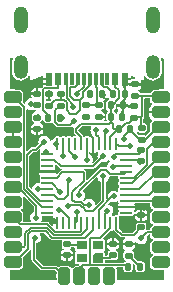
<source format=gbr>
%TF.GenerationSoftware,KiCad,Pcbnew,(6.0.8)*%
%TF.CreationDate,2022-10-31T15:06:42+01:00*%
%TF.ProjectId,epi,6570692e-6b69-4636-9164-5f7063625858,rev?*%
%TF.SameCoordinates,Original*%
%TF.FileFunction,Copper,L1,Top*%
%TF.FilePolarity,Positive*%
%FSLAX46Y46*%
G04 Gerber Fmt 4.6, Leading zero omitted, Abs format (unit mm)*
G04 Created by KiCad (PCBNEW (6.0.8)) date 2022-10-31 15:06:42*
%MOMM*%
%LPD*%
G01*
G04 APERTURE LIST*
G04 Aperture macros list*
%AMRoundRect*
0 Rectangle with rounded corners*
0 $1 Rounding radius*
0 $2 $3 $4 $5 $6 $7 $8 $9 X,Y pos of 4 corners*
0 Add a 4 corners polygon primitive as box body*
4,1,4,$2,$3,$4,$5,$6,$7,$8,$9,$2,$3,0*
0 Add four circle primitives for the rounded corners*
1,1,$1+$1,$2,$3*
1,1,$1+$1,$4,$5*
1,1,$1+$1,$6,$7*
1,1,$1+$1,$8,$9*
0 Add four rect primitives between the rounded corners*
20,1,$1+$1,$2,$3,$4,$5,0*
20,1,$1+$1,$4,$5,$6,$7,0*
20,1,$1+$1,$6,$7,$8,$9,0*
20,1,$1+$1,$8,$9,$2,$3,0*%
%AMOutline5P*
0 Free polygon, 5 corners , with rotation*
0 The origin of the aperture is its center*
0 number of corners: always 5*
0 $1 to $10 corner X, Y*
0 $11 Rotation angle, in degrees counterclockwise*
0 create outline with 5 corners*
4,1,5,$1,$2,$3,$4,$5,$6,$7,$8,$9,$10,$1,$2,$11*%
%AMOutline6P*
0 Free polygon, 6 corners , with rotation*
0 The origin of the aperture is its center*
0 number of corners: always 6*
0 $1 to $12 corner X, Y*
0 $13 Rotation angle, in degrees counterclockwise*
0 create outline with 6 corners*
4,1,6,$1,$2,$3,$4,$5,$6,$7,$8,$9,$10,$11,$12,$1,$2,$13*%
%AMOutline7P*
0 Free polygon, 7 corners , with rotation*
0 The origin of the aperture is its center*
0 number of corners: always 7*
0 $1 to $14 corner X, Y*
0 $15 Rotation angle, in degrees counterclockwise*
0 create outline with 7 corners*
4,1,7,$1,$2,$3,$4,$5,$6,$7,$8,$9,$10,$11,$12,$13,$14,$1,$2,$15*%
%AMOutline8P*
0 Free polygon, 8 corners , with rotation*
0 The origin of the aperture is its center*
0 number of corners: always 8*
0 $1 to $16 corner X, Y*
0 $17 Rotation angle, in degrees counterclockwise*
0 create outline with 8 corners*
4,1,8,$1,$2,$3,$4,$5,$6,$7,$8,$9,$10,$11,$12,$13,$14,$15,$16,$1,$2,$17*%
G04 Aperture macros list end*
%TA.AperFunction,SMDPad,CuDef*%
%ADD10RoundRect,0.140000X0.170000X-0.140000X0.170000X0.140000X-0.170000X0.140000X-0.170000X-0.140000X0*%
%TD*%
%TA.AperFunction,SMDPad,CuDef*%
%ADD11RoundRect,0.135000X-0.185000X0.135000X-0.185000X-0.135000X0.185000X-0.135000X0.185000X0.135000X0*%
%TD*%
%TA.AperFunction,SMDPad,CuDef*%
%ADD12RoundRect,0.135000X0.135000X0.185000X-0.135000X0.185000X-0.135000X-0.185000X0.135000X-0.185000X0*%
%TD*%
%TA.AperFunction,SMDPad,CuDef*%
%ADD13RoundRect,0.140000X-0.140000X-0.170000X0.140000X-0.170000X0.140000X0.170000X-0.140000X0.170000X0*%
%TD*%
%TA.AperFunction,SMDPad,CuDef*%
%ADD14RoundRect,0.062500X-0.062500X0.475000X-0.062500X-0.475000X0.062500X-0.475000X0.062500X0.475000X0*%
%TD*%
%TA.AperFunction,SMDPad,CuDef*%
%ADD15RoundRect,0.062500X-0.475000X0.062500X-0.475000X-0.062500X0.475000X-0.062500X0.475000X0.062500X0*%
%TD*%
%TA.AperFunction,SMDPad,CuDef*%
%ADD16RoundRect,0.147500X-0.172500X0.147500X-0.172500X-0.147500X0.172500X-0.147500X0.172500X0.147500X0*%
%TD*%
%TA.AperFunction,SMDPad,CuDef*%
%ADD17RoundRect,0.135000X0.185000X-0.135000X0.185000X0.135000X-0.185000X0.135000X-0.185000X-0.135000X0*%
%TD*%
%TA.AperFunction,ComponentPad*%
%ADD18RoundRect,0.250000X-0.250000X0.500000X-0.250000X-0.500000X0.250000X-0.500000X0.250000X0.500000X0*%
%TD*%
%TA.AperFunction,SMDPad,CuDef*%
%ADD19RoundRect,0.147500X-0.147500X-0.172500X0.147500X-0.172500X0.147500X0.172500X-0.147500X0.172500X0*%
%TD*%
%TA.AperFunction,SMDPad,CuDef*%
%ADD20RoundRect,0.140000X-0.170000X0.140000X-0.170000X-0.140000X0.170000X-0.140000X0.170000X0.140000X0*%
%TD*%
%TA.AperFunction,ComponentPad*%
%ADD21RoundRect,0.250000X-0.500000X-0.250000X0.500000X-0.250000X0.500000X0.250000X-0.500000X0.250000X0*%
%TD*%
%TA.AperFunction,SMDPad,CuDef*%
%ADD22Outline5P,-0.450000X0.160000X-0.210000X0.400000X0.450000X0.400000X0.450000X-0.400000X-0.450000X-0.400000X0.000000*%
%TD*%
%TA.AperFunction,SMDPad,CuDef*%
%ADD23R,0.900000X0.800000*%
%TD*%
%TA.AperFunction,SMDPad,CuDef*%
%ADD24R,0.615500X1.000000*%
%TD*%
%TA.AperFunction,SMDPad,CuDef*%
%ADD25R,0.307750X1.000000*%
%TD*%
%TA.AperFunction,SMDPad,CuDef*%
%ADD26R,0.607750X0.300000*%
%TD*%
%TA.AperFunction,ComponentPad*%
%ADD27O,1.200000X2.300000*%
%TD*%
%TA.AperFunction,ComponentPad*%
%ADD28O,1.200000X2.000000*%
%TD*%
%TA.AperFunction,SMDPad,CuDef*%
%ADD29RoundRect,0.135000X-0.135000X-0.185000X0.135000X-0.185000X0.135000X0.185000X-0.135000X0.185000X0*%
%TD*%
%TA.AperFunction,ViaPad*%
%ADD30C,0.500000*%
%TD*%
%TA.AperFunction,Conductor*%
%ADD31C,0.127000*%
%TD*%
%TA.AperFunction,Conductor*%
%ADD32C,0.200000*%
%TD*%
G04 APERTURE END LIST*
D10*
%TO.P,C8,1*%
%TO.N,GND*%
X95800000Y-46930000D03*
%TO.P,C8,2*%
%TO.N,Net-(C8-Pad2)*%
X95800000Y-45970000D03*
%TD*%
D11*
%TO.P,RV1,1*%
%TO.N,Net-(J4-PadA7)*%
X101000000Y-44890000D03*
%TO.P,RV1,2*%
%TO.N,GND*%
X101000000Y-45910000D03*
%TD*%
D12*
%TO.P,R4,1*%
%TO.N,GND*%
X101310000Y-44000000D03*
%TO.P,R4,2*%
%TO.N,Net-(J4-PadB5)*%
X100290000Y-44000000D03*
%TD*%
D13*
%TO.P,C1,1*%
%TO.N,VBUS*%
X102060000Y-45900000D03*
%TO.P,C1,2*%
%TO.N,GND*%
X103020000Y-45900000D03*
%TD*%
D14*
%TO.P,U1,1,PE6*%
%TO.N,D7*%
X102500000Y-48212500D03*
%TO.P,U1,2,UVCC*%
%TO.N,VBUS*%
X102000000Y-48212500D03*
%TO.P,U1,3,D-*%
%TO.N,D-*%
X101500000Y-48212500D03*
%TO.P,U1,4,D+*%
%TO.N,D+*%
X101000000Y-48212500D03*
%TO.P,U1,5,UGND*%
%TO.N,GND*%
X100500000Y-48212500D03*
%TO.P,U1,6,UCAP*%
%TO.N,Net-(C8-Pad2)*%
X100000000Y-48212500D03*
%TO.P,U1,7,VBUS*%
%TO.N,VBUS*%
X99500000Y-48212500D03*
%TO.P,U1,8,PB0*%
%TO.N,SS*%
X99000000Y-48212500D03*
%TO.P,U1,9,PB1*%
%TO.N,D15{slash}SCK*%
X98500000Y-48212500D03*
%TO.P,U1,10,PB2*%
%TO.N,D16{slash}MOSI*%
X98000000Y-48212500D03*
%TO.P,U1,11,PB3*%
%TO.N,D14{slash}MISO*%
X97500000Y-48212500D03*
D15*
%TO.P,U1,12,PB7*%
%TO.N,IO11*%
X96662500Y-49050000D03*
%TO.P,U1,13,~{RESET}*%
%TO.N,RST*%
X96662500Y-49550000D03*
%TO.P,U1,14,VCC*%
%TO.N,VBUS*%
X96662500Y-50050000D03*
%TO.P,U1,15,GND*%
%TO.N,GND*%
X96662500Y-50550000D03*
%TO.P,U1,16,XTAL2*%
%TO.N,Net-(C6-Pad2)*%
X96662500Y-51050000D03*
%TO.P,U1,17,XTAL1*%
%TO.N,Net-(C5-Pad2)*%
X96662500Y-51550000D03*
%TO.P,U1,18,PD0*%
%TO.N,D3{slash}SCL*%
X96662500Y-52050000D03*
%TO.P,U1,19,PD1*%
%TO.N,D2{slash}SDA*%
X96662500Y-52550000D03*
%TO.P,U1,20,PD2*%
%TO.N,D0{slash}RX*%
X96662500Y-53050000D03*
%TO.P,U1,21,PD3*%
%TO.N,D1{slash}TX*%
X96662500Y-53550000D03*
%TO.P,U1,22,PD5*%
%TO.N,unconnected-(U1-Pad22)*%
X96662500Y-54050000D03*
D14*
%TO.P,U1,23,GND*%
%TO.N,GND*%
X97500000Y-54887500D03*
%TO.P,U1,24,AVCC*%
%TO.N,Net-(C2-Pad2)*%
X98000000Y-54887500D03*
%TO.P,U1,25,PD4*%
%TO.N,D4*%
X98500000Y-54887500D03*
%TO.P,U1,26,PD6*%
%TO.N,IO12*%
X99000000Y-54887500D03*
%TO.P,U1,27,PD7*%
%TO.N,D6*%
X99500000Y-54887500D03*
%TO.P,U1,28,PB4*%
%TO.N,IO8*%
X100000000Y-54887500D03*
%TO.P,U1,29,PB5*%
%TO.N,IO9*%
X100500000Y-54887500D03*
%TO.P,U1,30,PB6*%
%TO.N,IO10*%
X101000000Y-54887500D03*
%TO.P,U1,31,PC6*%
%TO.N,D5*%
X101500000Y-54887500D03*
%TO.P,U1,32,PC7*%
%TO.N,IO13*%
X102000000Y-54887500D03*
%TO.P,U1,33,~{HWB}/PE2*%
%TO.N,Net-(R7-Pad1)*%
X102500000Y-54887500D03*
D15*
%TO.P,U1,34,VCC*%
%TO.N,VBUS*%
X103337500Y-54050000D03*
%TO.P,U1,35,GND*%
%TO.N,GND*%
X103337500Y-53550000D03*
%TO.P,U1,36,PF7*%
%TO.N,A0*%
X103337500Y-53050000D03*
%TO.P,U1,37,PF6*%
%TO.N,A1*%
X103337500Y-52550000D03*
%TO.P,U1,38,PF5*%
%TO.N,A2*%
X103337500Y-52050000D03*
%TO.P,U1,39,PF4*%
%TO.N,A3*%
X103337500Y-51550000D03*
%TO.P,U1,40,PF1*%
%TO.N,A4*%
X103337500Y-51050000D03*
%TO.P,U1,41,PF0*%
%TO.N,A5*%
X103337500Y-50550000D03*
%TO.P,U1,42,AREF*%
%TO.N,Net-(C7-Pad1)*%
X103337500Y-50050000D03*
%TO.P,U1,43,GND*%
%TO.N,GND*%
X103337500Y-49550000D03*
%TO.P,U1,44,AVCC*%
%TO.N,Net-(C2-Pad2)*%
X103337500Y-49050000D03*
%TD*%
D16*
%TO.P,D2,1,K*%
%TO.N,GND*%
X103550000Y-56682500D03*
%TO.P,D2,2,A*%
%TO.N,Net-(D2-Pad2)*%
X103550000Y-57652500D03*
%TD*%
D11*
%TO.P,R2,1*%
%TO.N,Net-(J4-PadA7)*%
X99950000Y-44890000D03*
%TO.P,R2,2*%
%TO.N,D-*%
X99950000Y-45910000D03*
%TD*%
%TO.P,R6,1*%
%TO.N,VBUS*%
X104650000Y-46840000D03*
%TO.P,R6,2*%
%TO.N,RST*%
X104650000Y-47860000D03*
%TD*%
D17*
%TO.P,R7,1*%
%TO.N,Net-(R7-Pad1)*%
X104600000Y-55260000D03*
%TO.P,R7,2*%
%TO.N,GND*%
X104600000Y-54240000D03*
%TD*%
D11*
%TO.P,R1,1*%
%TO.N,Net-(J4-PadA6)*%
X97775000Y-43940000D03*
%TO.P,R1,2*%
%TO.N,D+*%
X97775000Y-44960000D03*
%TD*%
D18*
%TO.P,J3,1,Pin_1*%
%TO.N,IO11*%
X101900000Y-59400000D03*
%TO.P,J3,2,Pin_2*%
%TO.N,IO12*%
X100630000Y-59400000D03*
%TO.P,J3,3,Pin_3*%
%TO.N,IO13*%
X99360000Y-59400000D03*
%TO.P,J3,4,Pin_4*%
%TO.N,A5*%
X98090000Y-59400000D03*
%TD*%
D12*
%TO.P,FB1,1*%
%TO.N,Net-(C2-Pad2)*%
X97760000Y-46000000D03*
%TO.P,FB1,2*%
%TO.N,VBUS*%
X96740000Y-46000000D03*
%TD*%
D17*
%TO.P,RV2,1*%
%TO.N,Net-(J4-PadA6)*%
X96825000Y-44960000D03*
%TO.P,RV2,2*%
%TO.N,GND*%
X96825000Y-43940000D03*
%TD*%
D12*
%TO.P,R3,1*%
%TO.N,GND*%
X103060000Y-44950000D03*
%TO.P,R3,2*%
%TO.N,VBUS*%
X102040000Y-44950000D03*
%TD*%
D19*
%TO.P,D1,1,K*%
%TO.N,VBUS*%
X102715000Y-46950000D03*
%TO.P,D1,2,A*%
%TO.N,RST*%
X103685000Y-46950000D03*
%TD*%
D20*
%TO.P,C6,1*%
%TO.N,GND*%
X102200000Y-56670000D03*
%TO.P,C6,2*%
%TO.N,Net-(C6-Pad2)*%
X102200000Y-57630000D03*
%TD*%
D21*
%TO.P,J1,1,Pin_1*%
%TO.N,D1{slash}TX*%
X93750000Y-44250000D03*
%TO.P,J1,2,Pin_2*%
%TO.N,D0{slash}RX*%
X93750000Y-45520000D03*
%TO.P,J1,3,Pin_3*%
%TO.N,GND*%
X93750000Y-46790000D03*
%TO.P,J1,4,Pin_4*%
X93750000Y-48060000D03*
%TO.P,J1,5,Pin_5*%
%TO.N,D2{slash}SDA*%
X93750000Y-49330000D03*
%TO.P,J1,6,Pin_6*%
%TO.N,D3{slash}SCL*%
X93750000Y-50600000D03*
%TO.P,J1,7,Pin_7*%
%TO.N,D4*%
X93750000Y-51870000D03*
%TO.P,J1,8,Pin_8*%
%TO.N,D5*%
X93750000Y-53140000D03*
%TO.P,J1,9,Pin_9*%
%TO.N,D6*%
X93750000Y-54410000D03*
%TO.P,J1,10,Pin_10*%
%TO.N,D7*%
X93750000Y-55680000D03*
%TO.P,J1,11,Pin_11*%
%TO.N,IO8*%
X93750000Y-56950000D03*
%TO.P,J1,12,Pin_12*%
%TO.N,IO9*%
X93750000Y-58220000D03*
%TD*%
D10*
%TO.P,C4,1*%
%TO.N,VBUS*%
X104000000Y-45980000D03*
%TO.P,C4,2*%
%TO.N,GND*%
X104000000Y-45020000D03*
%TD*%
D22*
%TO.P,Y1,1,1*%
%TO.N,Net-(C6-Pad2)*%
X100950000Y-57850000D03*
D23*
%TO.P,Y1,2,2*%
%TO.N,Net-(C5-Pad2)*%
X99550000Y-56750000D03*
%TO.P,Y1,3*%
%TO.N,N/C*%
X99550000Y-57850000D03*
%TO.P,Y1,4*%
X100950000Y-56750000D03*
%TD*%
D10*
%TO.P,C2,1*%
%TO.N,GND*%
X104600000Y-49680000D03*
%TO.P,C2,2*%
%TO.N,Net-(C2-Pad2)*%
X104600000Y-48720000D03*
%TD*%
D12*
%TO.P,R8,1*%
%TO.N,Net-(D2-Pad2)*%
X104510000Y-58600000D03*
%TO.P,R8,2*%
%TO.N,IO13*%
X103490000Y-58600000D03*
%TD*%
D24*
%TO.P,J4,A1,GND*%
%TO.N,GND*%
X96800000Y-42705000D03*
X103200000Y-42705000D03*
%TO.P,J4,A4,VBUS*%
%TO.N,VBUS*%
X102400000Y-42705000D03*
D25*
%TO.P,J4,A5,CC1*%
%TO.N,Net-(J4-PadA5)*%
X101250923Y-42705000D03*
%TO.P,J4,A6,D+*%
%TO.N,Net-(J4-PadA6)*%
X100249970Y-42705000D03*
%TO.P,J4,A7,D-*%
%TO.N,Net-(J4-PadA7)*%
X99751169Y-42705860D03*
%TO.P,J4,A8,SBU1*%
%TO.N,unconnected-(J4-PadA8)*%
X98750589Y-42705000D03*
D24*
%TO.P,J4,A9,VBUS*%
%TO.N,VBUS*%
X97600000Y-42705000D03*
D25*
%TO.P,J4,B5,CC2*%
%TO.N,Net-(J4-PadB5)*%
X98247811Y-42705000D03*
%TO.P,J4,B6,D+*%
%TO.N,Net-(J4-PadA6)*%
X99250692Y-42705860D03*
%TO.P,J4,B7,D-*%
%TO.N,Net-(J4-PadA7)*%
X100750447Y-42705000D03*
%TO.P,J4,B8,SBU2*%
%TO.N,unconnected-(J4-PadB8)*%
X101750000Y-42705000D03*
D26*
%TO.P,J4,B12,GND*%
%TO.N,GND*%
X96800000Y-43105000D03*
X103200000Y-43105000D03*
D27*
%TO.P,J4,S1,SHIELD*%
%TO.N,unconnected-(J4-PadS1)*%
X105600000Y-37705000D03*
D28*
X105600000Y-41705000D03*
D27*
X94400000Y-37705000D03*
D28*
X94400000Y-41705000D03*
%TD*%
D20*
%TO.P,C3,1*%
%TO.N,GND*%
X104100000Y-43170000D03*
%TO.P,C3,2*%
%TO.N,VBUS*%
X104100000Y-44130000D03*
%TD*%
D10*
%TO.P,C5,1*%
%TO.N,GND*%
X98300000Y-57630000D03*
%TO.P,C5,2*%
%TO.N,Net-(C5-Pad2)*%
X98300000Y-56670000D03*
%TD*%
D29*
%TO.P,R5,1*%
%TO.N,Net-(J4-PadA5)*%
X102190000Y-44000000D03*
%TO.P,R5,2*%
%TO.N,GND*%
X103210000Y-44000000D03*
%TD*%
D10*
%TO.P,C7,1*%
%TO.N,Net-(C7-Pad1)*%
X95800000Y-44905000D03*
%TO.P,C7,2*%
%TO.N,GND*%
X95800000Y-43945000D03*
%TD*%
D21*
%TO.P,J2,1,Pin_1*%
%TO.N,VBUS*%
X106250000Y-44250000D03*
%TO.P,J2,2,Pin_2*%
%TO.N,GND*%
X106250000Y-45520000D03*
%TO.P,J2,3,Pin_3*%
%TO.N,RST*%
X106250000Y-46790000D03*
%TO.P,J2,4,Pin_4*%
%TO.N,A4*%
X106250000Y-48060000D03*
%TO.P,J2,5,Pin_5*%
%TO.N,A3*%
X106250000Y-49330000D03*
%TO.P,J2,6,Pin_6*%
%TO.N,A2*%
X106250000Y-50600000D03*
%TO.P,J2,7,Pin_7*%
%TO.N,A1*%
X106250000Y-51870000D03*
%TO.P,J2,8,Pin_8*%
%TO.N,A0*%
X106250000Y-53140000D03*
%TO.P,J2,9,Pin_9*%
%TO.N,D15{slash}SCK*%
X106250000Y-54410000D03*
%TO.P,J2,10,Pin_10*%
%TO.N,D14{slash}MISO*%
X106250000Y-55680000D03*
%TO.P,J2,11,Pin_11*%
%TO.N,D16{slash}MOSI*%
X106250000Y-56950000D03*
%TO.P,J2,12,Pin_12*%
%TO.N,IO10*%
X106250000Y-58220000D03*
%TD*%
D30*
%TO.N,VBUS*%
X97600000Y-42750000D03*
X102400000Y-42850000D03*
%TO.N,GND*%
X95450000Y-48000000D03*
X96350000Y-56500000D03*
X104400000Y-57700000D03*
X96900000Y-44000000D03*
X99850000Y-47050000D03*
X95600000Y-49250000D03*
X103450000Y-55300000D03*
X102200000Y-56550000D03*
X95000000Y-43500000D03*
X104000000Y-45000000D03*
X97250000Y-54750000D03*
X98300000Y-57600000D03*
X104500000Y-49700000D03*
X96600000Y-47000000D03*
X104850000Y-53650000D03*
X101400000Y-44100000D03*
%TO.N,Net-(C2-Pad2)*%
X97900000Y-46050000D03*
X102275000Y-49275000D03*
%TO.N,Net-(C5-Pad2)*%
X97750000Y-52250000D03*
X99500000Y-56750000D03*
%TO.N,Net-(C6-Pad2)*%
X100200000Y-53350000D03*
X100950000Y-57850000D03*
%TO.N,Net-(C7-Pad1)*%
X95250000Y-44850000D03*
X102200000Y-50150000D03*
%TO.N,Net-(C8-Pad2)*%
X100000000Y-49550000D03*
X95850000Y-45900000D03*
%TO.N,RST*%
X103150000Y-47750000D03*
X101400000Y-49250000D03*
%TO.N,D0{slash}RX*%
X96400000Y-48000000D03*
%TO.N,IO11*%
X96550000Y-48850000D03*
%TO.N,IO12*%
X99150000Y-53950000D03*
%TO.N,Net-(J4-PadA7)*%
X100950000Y-44900000D03*
X99150000Y-43950000D03*
%TO.N,Net-(J4-PadB5)*%
X98850000Y-45100000D03*
X100300000Y-44100000D03*
%TO.N,D+*%
X100800000Y-47050000D03*
X98900000Y-46300000D03*
%TO.N,D-*%
X99900000Y-45900000D03*
X101650000Y-47100000D03*
%TO.N,D7*%
X98400000Y-53450000D03*
X101400000Y-50950000D03*
X103650000Y-48400000D03*
%TO.N,D15{slash}SCK*%
X99000000Y-49300000D03*
%TO.N,D16{slash}MOSI*%
X98000000Y-49200000D03*
%TO.N,D14{slash}MISO*%
X97350000Y-48250000D03*
X104600000Y-56200000D03*
%TO.N,D3{slash}SCL*%
X95850000Y-52050000D03*
%TO.N,D2{slash}SDA*%
X98500000Y-51300000D03*
%TO.N,D4*%
X95700000Y-54450000D03*
X97650000Y-53800000D03*
%TO.N,IO10*%
X102300000Y-52650000D03*
%TO.N,D5*%
X101750000Y-53850000D03*
%TO.N,A5*%
X99350000Y-52550000D03*
X95600000Y-56150000D03*
%TD*%
D31*
%TO.N,VBUS*%
X106186500Y-44186500D02*
X106186500Y-44250000D01*
D32*
X102060000Y-45900000D02*
X102060000Y-44970000D01*
D31*
X102000000Y-48212500D02*
X102000000Y-47623455D01*
X96314500Y-43595173D02*
X96314500Y-45314500D01*
D32*
X104600000Y-45900000D02*
X104650000Y-45850000D01*
X102400000Y-42850000D02*
X102400000Y-43355000D01*
D31*
X102060000Y-44970000D02*
X102040000Y-44950000D01*
D32*
X103348377Y-46437000D02*
X103385377Y-46400000D01*
X103950000Y-45930000D02*
X104570000Y-45930000D01*
D31*
X106130000Y-44130000D02*
X106186500Y-44186500D01*
X101913500Y-46486500D02*
X99513500Y-46486500D01*
D32*
X102700000Y-43655000D02*
X102700000Y-44345000D01*
D31*
X99100000Y-47200000D02*
X99500000Y-47600000D01*
D32*
X102485183Y-47061728D02*
X102561728Y-47061728D01*
X104650000Y-44200000D02*
X104600000Y-44150000D01*
D31*
X96740000Y-45740000D02*
X96740000Y-46000000D01*
X99513500Y-46486500D02*
X99100000Y-46900000D01*
X97600000Y-43450000D02*
X96459673Y-43450000D01*
D32*
X102700000Y-44345000D02*
X102090000Y-44955000D01*
X102060000Y-45900000D02*
X102060000Y-46360000D01*
D31*
X96459673Y-43450000D02*
X96314500Y-43595173D01*
X103950000Y-45950000D02*
X103950000Y-45930000D01*
D32*
X102060000Y-46360000D02*
X102250000Y-46550000D01*
D31*
X102050000Y-46350000D02*
X101913500Y-46486500D01*
X104600000Y-44150000D02*
X104580000Y-44130000D01*
X104570000Y-45930000D02*
X104600000Y-45900000D01*
D32*
X102250000Y-46550000D02*
X102250000Y-46826545D01*
D31*
X99100000Y-46900000D02*
X99100000Y-47200000D01*
D32*
X104000000Y-46000000D02*
X104000000Y-45980000D01*
X104650000Y-45850000D02*
X104650000Y-44200000D01*
X104580000Y-44130000D02*
X106130000Y-44130000D01*
X103600000Y-46400000D02*
X104000000Y-46000000D01*
X102715000Y-47000000D02*
X103278000Y-46437000D01*
X103278000Y-46437000D02*
X103348377Y-46437000D01*
X102250000Y-46826545D02*
X102485183Y-47061728D01*
D31*
X103950000Y-44130000D02*
X104580000Y-44130000D01*
X104600000Y-46940000D02*
X104600000Y-45900000D01*
D32*
X103385377Y-46400000D02*
X103600000Y-46400000D01*
D31*
X96314500Y-45314500D02*
X96740000Y-45740000D01*
X102000000Y-47623455D02*
X102561728Y-47061728D01*
X99500000Y-47600000D02*
X99500000Y-48212500D01*
D32*
X102400000Y-43355000D02*
X102700000Y-43655000D01*
D31*
X97600000Y-42705000D02*
X97600000Y-43450000D01*
%TO.N,GND*%
X101400000Y-44100000D02*
X101310000Y-44010000D01*
X103060000Y-44540000D02*
X103210000Y-44390000D01*
X101400000Y-44200000D02*
X101700000Y-44500000D01*
X101579500Y-45420500D02*
X101550000Y-45450000D01*
X103210000Y-44390000D02*
X103210000Y-44000000D01*
X101579500Y-45129500D02*
X101579500Y-45420500D01*
X103060000Y-44950000D02*
X103060000Y-44540000D01*
X100500000Y-47700000D02*
X100500000Y-48212500D01*
X99850000Y-47050000D02*
X100500000Y-47700000D01*
X101400000Y-44100000D02*
X101400000Y-44200000D01*
X101310000Y-44010000D02*
X101310000Y-44000000D01*
X104350000Y-49550000D02*
X103337500Y-49550000D01*
X101700000Y-44500000D02*
X101579500Y-44620500D01*
X104500000Y-49700000D02*
X104350000Y-49550000D01*
X101579500Y-44620500D02*
X101579500Y-45129500D01*
%TO.N,Net-(C2-Pad2)*%
X103337500Y-49050000D02*
X102500000Y-49050000D01*
X102500000Y-49050000D02*
X102275000Y-49275000D01*
X104420000Y-49050000D02*
X104650000Y-48820000D01*
X103337500Y-49050000D02*
X104420000Y-49050000D01*
%TO.N,Net-(C5-Pad2)*%
X97057796Y-51550000D02*
X96662500Y-51550000D01*
X97750000Y-52250000D02*
X97750000Y-52242204D01*
X99550000Y-56750000D02*
X99500000Y-56750000D01*
X98380000Y-56750000D02*
X98300000Y-56670000D01*
X99500000Y-56750000D02*
X98380000Y-56750000D01*
X97750000Y-52242204D02*
X97057796Y-51550000D01*
%TO.N,Net-(C6-Pad2)*%
X97450000Y-51050000D02*
X96662500Y-51050000D01*
X98982500Y-53132500D02*
X98786500Y-52936500D01*
X97900000Y-50600000D02*
X97450000Y-51050000D01*
X100950000Y-57850000D02*
X101980000Y-57850000D01*
X99544800Y-53132500D02*
X98982500Y-53132500D01*
X100200000Y-53350000D02*
X99762300Y-53350000D01*
X98786500Y-52266590D02*
X99750000Y-51303090D01*
X99762300Y-53350000D02*
X99544800Y-53132500D01*
X99750000Y-50600000D02*
X97900000Y-50600000D01*
X99750000Y-51303090D02*
X99750000Y-50600000D01*
X101980000Y-57850000D02*
X102200000Y-57630000D01*
X98786500Y-52936500D02*
X98786500Y-52266590D01*
%TO.N,Net-(C7-Pad1)*%
X102200000Y-50150000D02*
X102300000Y-50050000D01*
X102300000Y-50050000D02*
X103337500Y-50050000D01*
%TO.N,Net-(C8-Pad2)*%
X95850000Y-45900000D02*
X95850000Y-45970000D01*
X100000000Y-49550000D02*
X100000000Y-48212500D01*
%TO.N,RST*%
X104600000Y-47915000D02*
X104600000Y-47960000D01*
X97250000Y-49550000D02*
X97800000Y-50100000D01*
X104600000Y-47960000D02*
X104840000Y-47960000D01*
X106010000Y-46790000D02*
X106186500Y-46790000D01*
X96662500Y-49550000D02*
X97250000Y-49550000D01*
X103685000Y-47000000D02*
X104600000Y-47915000D01*
X103150000Y-47535000D02*
X103685000Y-47000000D01*
X104840000Y-47960000D02*
X106010000Y-46790000D01*
X100550000Y-50100000D02*
X101400000Y-49250000D01*
X103150000Y-47750000D02*
X103150000Y-47535000D01*
X97800000Y-50100000D02*
X100550000Y-50100000D01*
%TO.N,D1{slash}TX*%
X96190790Y-53550000D02*
X94690500Y-52049710D01*
X96662500Y-53550000D02*
X96190790Y-53550000D01*
X93852961Y-44250000D02*
X93813500Y-44250000D01*
X94690500Y-52049710D02*
X94690500Y-45087539D01*
X94690500Y-45087539D02*
X93852961Y-44250000D01*
%TO.N,D0{slash}RX*%
X96050000Y-53050000D02*
X96662500Y-53050000D01*
X95366590Y-48686500D02*
X94944500Y-49108590D01*
X95663500Y-48686500D02*
X95366590Y-48686500D01*
X96350000Y-48000000D02*
X95663500Y-48686500D01*
X96400000Y-48000000D02*
X96350000Y-48000000D01*
X94944500Y-51944500D02*
X96050000Y-53050000D01*
X94944500Y-49108590D02*
X94944500Y-51944500D01*
%TO.N,A4*%
X104899500Y-50150500D02*
X104906898Y-50150500D01*
X104000000Y-51050000D02*
X104899500Y-50150500D01*
X105690000Y-48060000D02*
X106186500Y-48060000D01*
X103337500Y-51050000D02*
X104000000Y-51050000D01*
X104906898Y-50150500D02*
X105100500Y-49956898D01*
X105100500Y-48649500D02*
X105690000Y-48060000D01*
X105100500Y-49956898D02*
X105100500Y-48649500D01*
%TO.N,IO11*%
X96662500Y-48962500D02*
X96662500Y-49050000D01*
X96550000Y-48850000D02*
X96662500Y-48962500D01*
%TO.N,IO12*%
X99150000Y-53950000D02*
X99150000Y-54737500D01*
X99150000Y-54737500D02*
X99000000Y-54887500D01*
%TO.N,Net-(J4-PadA5)*%
X101695500Y-43395500D02*
X101445037Y-43395500D01*
X101250923Y-43201386D02*
X101250923Y-42705000D01*
X102040000Y-44000000D02*
X102040000Y-43740000D01*
X102040000Y-43740000D02*
X101695500Y-43395500D01*
X101445037Y-43395500D02*
X101250923Y-43201386D01*
%TO.N,Net-(J4-PadA6)*%
X99004500Y-43395500D02*
X99250692Y-43149308D01*
X98286500Y-44686500D02*
X98099500Y-44499500D01*
X98913500Y-44513500D02*
X98550000Y-44150000D01*
X99439500Y-44510500D02*
X99439500Y-45307410D01*
X99439500Y-44510500D02*
X99713500Y-44236500D01*
X99436500Y-44513500D02*
X98913500Y-44513500D01*
X97799500Y-43964500D02*
X97775000Y-43940000D01*
X98099500Y-44499500D02*
X97799500Y-44499500D01*
X99439500Y-45307410D02*
X99083410Y-45663500D01*
X99439500Y-44510500D02*
X99436500Y-44513500D01*
X98616590Y-45663500D02*
X98286500Y-45333410D01*
X97285500Y-44499500D02*
X96825000Y-44960000D01*
X99713500Y-44236500D02*
X99713500Y-43786500D01*
X98550000Y-44150000D02*
X98550000Y-43406552D01*
X97799500Y-44499500D02*
X97285500Y-44499500D01*
X99250692Y-43149308D02*
X99250692Y-42705860D01*
X98286500Y-45333410D02*
X98286500Y-44686500D01*
X98561052Y-43395500D02*
X99004500Y-43395500D01*
X99713500Y-43786500D02*
X100249970Y-43250030D01*
X100249970Y-43250030D02*
X100249970Y-42705000D01*
X99083410Y-45663500D02*
X98616590Y-45663500D01*
X98550000Y-43406552D02*
X98561052Y-43395500D01*
X97799500Y-44499500D02*
X97799500Y-43964500D01*
%TO.N,Net-(J4-PadA7)*%
X100850000Y-44801000D02*
X100939000Y-44890000D01*
X100750447Y-42705000D02*
X100750447Y-43399553D01*
X100750447Y-43399553D02*
X100850000Y-43499106D01*
X100850000Y-43499106D02*
X100850000Y-44801000D01*
X100939000Y-44890000D02*
X101000000Y-44890000D01*
X99751169Y-43348831D02*
X99751169Y-42705860D01*
X99200000Y-43900000D02*
X99751169Y-43348831D01*
X99950000Y-44890000D02*
X101000000Y-44890000D01*
%TO.N,Net-(J4-PadB5)*%
X98296000Y-44336790D02*
X98296000Y-42753189D01*
X98850000Y-45100000D02*
X98850000Y-44890790D01*
X98850000Y-44890790D02*
X98296000Y-44336790D01*
X98296000Y-42753189D02*
X98247811Y-42705000D01*
%TO.N,D+*%
X101000000Y-47650000D02*
X101000000Y-48212500D01*
X98586500Y-46613500D02*
X97593173Y-46613500D01*
X97299500Y-46319827D02*
X97299500Y-45360500D01*
X97299500Y-45360500D02*
X97700000Y-44960000D01*
X100800000Y-47450000D02*
X101000000Y-47650000D01*
X98900000Y-46300000D02*
X98586500Y-46613500D01*
X100800000Y-47050000D02*
X100800000Y-47450000D01*
X97593173Y-46613500D02*
X97299500Y-46319827D01*
%TO.N,D-*%
X101650000Y-47100000D02*
X101500000Y-47250000D01*
X101500000Y-47250000D02*
X101500000Y-48212500D01*
%TO.N,D7*%
X101400000Y-50950000D02*
X101400000Y-53043880D01*
X100530380Y-53913500D02*
X99966590Y-53913500D01*
X99636500Y-53583410D02*
X99633410Y-53583410D01*
X102687500Y-48400000D02*
X102500000Y-48212500D01*
X98463500Y-53386500D02*
X98400000Y-53450000D01*
X99633410Y-53583410D02*
X99436500Y-53386500D01*
X99436500Y-53386500D02*
X98463500Y-53386500D01*
X103650000Y-48400000D02*
X102687500Y-48400000D01*
X101400000Y-53043880D02*
X100530380Y-53913500D01*
X99966590Y-53913500D02*
X99636500Y-53583410D01*
%TO.N,Net-(D2-Pad2)*%
X104497500Y-58600000D02*
X103550000Y-57652500D01*
X104510000Y-58600000D02*
X104497500Y-58600000D01*
%TO.N,D15{slash}SCK*%
X98500000Y-48800000D02*
X98500000Y-48212500D01*
X99000000Y-49300000D02*
X98500000Y-48800000D01*
%TO.N,D16{slash}MOSI*%
X98000000Y-49200000D02*
X98000000Y-48212500D01*
%TO.N,D14{slash}MISO*%
X105120000Y-55680000D02*
X106186500Y-55680000D01*
X104600000Y-56200000D02*
X105120000Y-55680000D01*
X97387500Y-48212500D02*
X97350000Y-48250000D01*
X97500000Y-48212500D02*
X97387500Y-48212500D01*
%TO.N,D3{slash}SCL*%
X95850000Y-52050000D02*
X96662500Y-52050000D01*
%TO.N,D2{slash}SDA*%
X98400000Y-51400000D02*
X98500000Y-51300000D01*
X97553090Y-52850000D02*
X98100000Y-52850000D01*
X98400000Y-52550000D02*
X98400000Y-51400000D01*
X98100000Y-52850000D02*
X98400000Y-52550000D01*
X97253090Y-52550000D02*
X97553090Y-52850000D01*
X96662500Y-52550000D02*
X97253090Y-52550000D01*
%TO.N,D4*%
X97650000Y-53800000D02*
X97728704Y-53878704D01*
X97886500Y-53878704D02*
X98500000Y-54492204D01*
X94151580Y-51870000D02*
X93813500Y-51870000D01*
X98500000Y-54492204D02*
X98500000Y-54887500D01*
X97728704Y-53878704D02*
X97886500Y-53878704D01*
X95700000Y-53418420D02*
X94151580Y-51870000D01*
X95700000Y-54450000D02*
X95700000Y-53418420D01*
%TO.N,D6*%
X94350000Y-55000000D02*
X93913500Y-54563500D01*
X99500000Y-54887500D02*
X99500000Y-55540790D01*
X97291500Y-55641500D02*
X96650000Y-55000000D01*
X99500000Y-55540790D02*
X99399290Y-55641500D01*
X96650000Y-55000000D02*
X94350000Y-55000000D01*
X99399290Y-55641500D02*
X97291500Y-55641500D01*
%TO.N,IO8*%
X94796000Y-56800000D02*
X94646000Y-56950000D01*
X94782500Y-56786500D02*
X94796000Y-56800000D01*
X95240790Y-55300000D02*
X94782500Y-55758290D01*
X99504500Y-55895500D02*
X97186290Y-55895500D01*
X96590790Y-55300000D02*
X95240790Y-55300000D01*
X100000000Y-55400000D02*
X99504500Y-55895500D01*
X100000000Y-54887500D02*
X100000000Y-55400000D01*
X97186290Y-55895500D02*
X96590790Y-55300000D01*
X94782500Y-55758290D02*
X94782500Y-56786500D01*
X94646000Y-56950000D02*
X93813500Y-56950000D01*
%TO.N,IO9*%
X95036500Y-55863500D02*
X95313500Y-55586500D01*
X95050000Y-57100000D02*
X95050000Y-56396910D01*
X95313500Y-55586500D02*
X96518080Y-55586500D01*
X93813500Y-58220000D02*
X93930000Y-58220000D01*
X93930000Y-58220000D02*
X95050000Y-57100000D01*
X95050000Y-56396910D02*
X95036500Y-56383410D01*
X97081080Y-56149500D02*
X99850500Y-56149500D01*
X96518080Y-55586500D02*
X97081080Y-56149500D01*
X99850500Y-56149500D02*
X100500000Y-55500000D01*
X100500000Y-55500000D02*
X100500000Y-54887500D01*
X95036500Y-56383410D02*
X95036500Y-55863500D01*
%TO.N,IO10*%
X101000000Y-53803090D02*
X101000000Y-54887500D01*
X102153090Y-52650000D02*
X101000000Y-53803090D01*
X102300000Y-52650000D02*
X102153090Y-52650000D01*
%TO.N,D5*%
X101500000Y-54100000D02*
X101750000Y-53850000D01*
X101500000Y-54887500D02*
X101500000Y-54100000D01*
%TO.N,IO13*%
X102000000Y-55282796D02*
X101123296Y-56159500D01*
X101123296Y-56159500D02*
X100309500Y-56159500D01*
X103340000Y-58450000D02*
X103490000Y-58600000D01*
X99650000Y-58450000D02*
X99360000Y-58740000D01*
X100309500Y-56159500D02*
X100300000Y-56169000D01*
X100300000Y-58450000D02*
X103340000Y-58450000D01*
X100300000Y-58450000D02*
X99650000Y-58450000D01*
X100300000Y-56169000D02*
X100300000Y-58450000D01*
X99360000Y-58740000D02*
X99360000Y-59336500D01*
X102000000Y-54887500D02*
X102000000Y-55282796D01*
%TO.N,Net-(R7-Pad1)*%
X102500000Y-55450000D02*
X102950000Y-55900000D01*
X102500000Y-54887500D02*
X102500000Y-55450000D01*
X103960000Y-55900000D02*
X104600000Y-55260000D01*
X102950000Y-55900000D02*
X103960000Y-55900000D01*
%TO.N,A0*%
X106186500Y-53076500D02*
X106186500Y-53140000D01*
X106160000Y-53050000D02*
X106186500Y-53076500D01*
X103337500Y-53050000D02*
X106160000Y-53050000D01*
%TO.N,A1*%
X105980000Y-51870000D02*
X106186500Y-51870000D01*
X105300000Y-52550000D02*
X105980000Y-51870000D01*
X103337500Y-52550000D02*
X105300000Y-52550000D01*
%TO.N,A2*%
X105900000Y-50600000D02*
X106186500Y-50600000D01*
X104450000Y-52050000D02*
X105900000Y-50600000D01*
X103337500Y-52050000D02*
X104450000Y-52050000D01*
%TO.N,A3*%
X105012108Y-50404500D02*
X106086608Y-49330000D01*
X103337500Y-51550000D02*
X103859210Y-51550000D01*
X105004710Y-50404500D02*
X105012108Y-50404500D01*
X106086608Y-49330000D02*
X106186500Y-49330000D01*
X103859210Y-51550000D02*
X105004710Y-50404500D01*
%TO.N,A5*%
X95600000Y-56150000D02*
X95500000Y-56250000D01*
X101966590Y-50713500D02*
X103174000Y-50713500D01*
X103174000Y-50713500D02*
X103337500Y-50550000D01*
X96200000Y-58700000D02*
X97350000Y-58700000D01*
X101639590Y-50386500D02*
X101966590Y-50713500D01*
X97350000Y-58700000D02*
X97986500Y-59336500D01*
X95500000Y-58000000D02*
X96200000Y-58700000D01*
X97986500Y-59336500D02*
X98090000Y-59336500D01*
X101166590Y-50386500D02*
X101639590Y-50386500D01*
X99350000Y-52203090D02*
X101166590Y-50386500D01*
X95500000Y-56250000D02*
X95500000Y-58000000D01*
X99350000Y-52550000D02*
X99350000Y-52203090D01*
%TD*%
%TA.AperFunction,Conductor*%
%TO.N,GND*%
G36*
X102294194Y-55491460D02*
G01*
X102297099Y-55494365D01*
X102300518Y-55499482D01*
X102305635Y-55502901D01*
X102306323Y-55503589D01*
X102315129Y-55514658D01*
X102315379Y-55515058D01*
X102318263Y-55522040D01*
X102318851Y-55521757D01*
X102321903Y-55528098D01*
X102323468Y-55534959D01*
X102327853Y-55540461D01*
X102327853Y-55540462D01*
X102341648Y-55557773D01*
X102345744Y-55563559D01*
X102349596Y-55569711D01*
X102354808Y-55574923D01*
X102359493Y-55580167D01*
X102367938Y-55590764D01*
X102377775Y-55603109D01*
X102384114Y-55606167D01*
X102389615Y-55610558D01*
X102389189Y-55611092D01*
X102395353Y-55615468D01*
X102784371Y-56004485D01*
X102788678Y-56010560D01*
X102789250Y-56010105D01*
X102793631Y-56015613D01*
X102796678Y-56021958D01*
X102802175Y-56026354D01*
X102819766Y-56040422D01*
X102824925Y-56045039D01*
X102830169Y-56050283D01*
X102833132Y-56052145D01*
X102833139Y-56052151D01*
X102836174Y-56054058D01*
X102841950Y-56058163D01*
X102864733Y-56076383D01*
X102871591Y-56077960D01*
X102875356Y-56079780D01*
X102879292Y-56081158D01*
X102885248Y-56084902D01*
X102892239Y-56085692D01*
X102892244Y-56085694D01*
X102914237Y-56088180D01*
X102921223Y-56089373D01*
X102928297Y-56091000D01*
X102935677Y-56091000D01*
X102942698Y-56091396D01*
X102971838Y-56094690D01*
X102978484Y-56092369D01*
X102985478Y-56091585D01*
X102985554Y-56092264D01*
X102993004Y-56091000D01*
X103225486Y-56091000D01*
X103269680Y-56109306D01*
X103287986Y-56153500D01*
X103269680Y-56197694D01*
X103251900Y-56210144D01*
X103180064Y-56243641D01*
X103171239Y-56249821D01*
X103092321Y-56328739D01*
X103086141Y-56337564D01*
X103038683Y-56439340D01*
X103036038Y-56448414D01*
X103030267Y-56492246D01*
X103030000Y-56496325D01*
X103030000Y-56570069D01*
X103033641Y-56578859D01*
X103042431Y-56582500D01*
X104057569Y-56582500D01*
X104066359Y-56578859D01*
X104070000Y-56570069D01*
X104070000Y-56518867D01*
X104088306Y-56474673D01*
X104132500Y-56456367D01*
X104176694Y-56474673D01*
X104180343Y-56478651D01*
X104260107Y-56573543D01*
X104260110Y-56573546D01*
X104262970Y-56576948D01*
X104382313Y-56656390D01*
X104386564Y-56657718D01*
X104514905Y-56697814D01*
X104514908Y-56697814D01*
X104519157Y-56699142D01*
X104523609Y-56699224D01*
X104523611Y-56699224D01*
X104594642Y-56700526D01*
X104662499Y-56701770D01*
X104800817Y-56664060D01*
X104922991Y-56589045D01*
X105019200Y-56482754D01*
X105081710Y-56353733D01*
X105083935Y-56340512D01*
X105093503Y-56283637D01*
X105105496Y-56212354D01*
X105105647Y-56200000D01*
X105085323Y-56058082D01*
X105080344Y-56047131D01*
X105078716Y-55999325D01*
X105093045Y-55977069D01*
X105180808Y-55889306D01*
X105225002Y-55871000D01*
X105310001Y-55871000D01*
X105354195Y-55889306D01*
X105372501Y-55933500D01*
X105372501Y-55965780D01*
X105383422Y-56039979D01*
X105385562Y-56044337D01*
X105385562Y-56044338D01*
X105436376Y-56147832D01*
X105438810Y-56152790D01*
X105442462Y-56156436D01*
X105442463Y-56156437D01*
X105524098Y-56237930D01*
X105524100Y-56237932D01*
X105527753Y-56241578D01*
X105563131Y-56258871D01*
X105594797Y-56294725D01*
X105591835Y-56342469D01*
X105563230Y-56371124D01*
X105531847Y-56386533D01*
X105531846Y-56386534D01*
X105527210Y-56388810D01*
X105523564Y-56392462D01*
X105523563Y-56392463D01*
X105442070Y-56474098D01*
X105442068Y-56474100D01*
X105438422Y-56477753D01*
X105434364Y-56486054D01*
X105391599Y-56573543D01*
X105383231Y-56590661D01*
X105372500Y-56664219D01*
X105372501Y-57235780D01*
X105383422Y-57309979D01*
X105385562Y-57314337D01*
X105385562Y-57314338D01*
X105423529Y-57391666D01*
X105438810Y-57422790D01*
X105442462Y-57426436D01*
X105442463Y-57426437D01*
X105524098Y-57507930D01*
X105524100Y-57507932D01*
X105527753Y-57511578D01*
X105563131Y-57528871D01*
X105594797Y-57564725D01*
X105591835Y-57612469D01*
X105563230Y-57641124D01*
X105531847Y-57656533D01*
X105531846Y-57656534D01*
X105527210Y-57658810D01*
X105523564Y-57662462D01*
X105523563Y-57662463D01*
X105442070Y-57744098D01*
X105442068Y-57744100D01*
X105438422Y-57747753D01*
X105436154Y-57752393D01*
X105389327Y-57848191D01*
X105383231Y-57860661D01*
X105382530Y-57865464D01*
X105382530Y-57865465D01*
X105381231Y-57874373D01*
X105372500Y-57934219D01*
X105372501Y-58505780D01*
X105383422Y-58579979D01*
X105385562Y-58584337D01*
X105385562Y-58584338D01*
X105431161Y-58677210D01*
X105438810Y-58692790D01*
X105442462Y-58696436D01*
X105442463Y-58696437D01*
X105524098Y-58777930D01*
X105524100Y-58777932D01*
X105527753Y-58781578D01*
X105546335Y-58790661D01*
X105587046Y-58810561D01*
X105640661Y-58836769D01*
X105645464Y-58837470D01*
X105645465Y-58837470D01*
X105665674Y-58840418D01*
X105714219Y-58847500D01*
X105988016Y-58847500D01*
X106010718Y-58851769D01*
X106016582Y-58854055D01*
X106077266Y-58877715D01*
X106077270Y-58877716D01*
X106080776Y-58879083D01*
X106084513Y-58879575D01*
X106203442Y-58895233D01*
X106203448Y-58895233D01*
X106205473Y-58895500D01*
X106290996Y-58895500D01*
X106292868Y-58895274D01*
X106292876Y-58895273D01*
X106378573Y-58884902D01*
X106412313Y-58880819D01*
X106415842Y-58879485D01*
X106419496Y-58878588D01*
X106419790Y-58879785D01*
X106463228Y-58881156D01*
X106495968Y-58916031D01*
X106500000Y-58938115D01*
X106500000Y-59687500D01*
X106481694Y-59731694D01*
X106437500Y-59750000D01*
X102590000Y-59750000D01*
X102545806Y-59731694D01*
X102527500Y-59687500D01*
X102527500Y-59674046D01*
X102533200Y-59651105D01*
X102532152Y-59650703D01*
X102533503Y-59647183D01*
X102535265Y-59643855D01*
X102575095Y-59485284D01*
X102575951Y-59321790D01*
X102537784Y-59162810D01*
X102536058Y-59159465D01*
X102536056Y-59159461D01*
X102534461Y-59156371D01*
X102527499Y-59127705D01*
X102527499Y-58864220D01*
X102516578Y-58790021D01*
X102487622Y-58731045D01*
X102484577Y-58683307D01*
X102516180Y-58647397D01*
X102543725Y-58641000D01*
X103030000Y-58641000D01*
X103074194Y-58659306D01*
X103092500Y-58703500D01*
X103092500Y-58810856D01*
X103107730Y-58887423D01*
X103111149Y-58892540D01*
X103111150Y-58892542D01*
X103112975Y-58895273D01*
X103165748Y-58974252D01*
X103170865Y-58977671D01*
X103247458Y-59028850D01*
X103247460Y-59028851D01*
X103252577Y-59032270D01*
X103286371Y-59038992D01*
X103326131Y-59046901D01*
X103326134Y-59046901D01*
X103329144Y-59047500D01*
X103650856Y-59047500D01*
X103653866Y-59046901D01*
X103653869Y-59046901D01*
X103693629Y-59038992D01*
X103727423Y-59032270D01*
X103732540Y-59028851D01*
X103732542Y-59028850D01*
X103809135Y-58977671D01*
X103814252Y-58974252D01*
X103867025Y-58895273D01*
X103868850Y-58892542D01*
X103868851Y-58892540D01*
X103872270Y-58887423D01*
X103887500Y-58810856D01*
X103887500Y-58411003D01*
X103905806Y-58366809D01*
X103950000Y-58348503D01*
X103994194Y-58366809D01*
X104094194Y-58466809D01*
X104112500Y-58511003D01*
X104112500Y-58810856D01*
X104127730Y-58887423D01*
X104131149Y-58892540D01*
X104131150Y-58892542D01*
X104132975Y-58895273D01*
X104185748Y-58974252D01*
X104190865Y-58977671D01*
X104267458Y-59028850D01*
X104267460Y-59028851D01*
X104272577Y-59032270D01*
X104306371Y-59038992D01*
X104346131Y-59046901D01*
X104346134Y-59046901D01*
X104349144Y-59047500D01*
X104670856Y-59047500D01*
X104673866Y-59046901D01*
X104673869Y-59046901D01*
X104713629Y-59038992D01*
X104747423Y-59032270D01*
X104752540Y-59028851D01*
X104752542Y-59028850D01*
X104829135Y-58977671D01*
X104834252Y-58974252D01*
X104887025Y-58895273D01*
X104888850Y-58892542D01*
X104888851Y-58892540D01*
X104892270Y-58887423D01*
X104907500Y-58810856D01*
X104907500Y-58389144D01*
X104903713Y-58370102D01*
X104893471Y-58318616D01*
X104892270Y-58312577D01*
X104887117Y-58304864D01*
X104837671Y-58230865D01*
X104837670Y-58230864D01*
X104834252Y-58225748D01*
X104790480Y-58196500D01*
X104752542Y-58171150D01*
X104752540Y-58171149D01*
X104747423Y-58167730D01*
X104698366Y-58157972D01*
X104673869Y-58153099D01*
X104673866Y-58153099D01*
X104670856Y-58152500D01*
X104349144Y-58152500D01*
X104349144Y-58151487D01*
X104306642Y-58138601D01*
X104302091Y-58134476D01*
X104015806Y-57848191D01*
X103997500Y-57803997D01*
X103997500Y-57477912D01*
X103995275Y-57466723D01*
X103983253Y-57406287D01*
X103981545Y-57397700D01*
X103977514Y-57391666D01*
X103931297Y-57322500D01*
X103920764Y-57306736D01*
X103849342Y-57259012D01*
X103822767Y-57219239D01*
X103832099Y-57172322D01*
X103857652Y-57150402D01*
X103919936Y-57121359D01*
X103928761Y-57115179D01*
X104007679Y-57036261D01*
X104013859Y-57027436D01*
X104061317Y-56925660D01*
X104063962Y-56916586D01*
X104069733Y-56872754D01*
X104070000Y-56868675D01*
X104070000Y-56794931D01*
X104066359Y-56786141D01*
X104057569Y-56782500D01*
X103042431Y-56782500D01*
X103033641Y-56786141D01*
X103030000Y-56794931D01*
X103030000Y-56868675D01*
X103030267Y-56872754D01*
X103036038Y-56916586D01*
X103038683Y-56925660D01*
X103086141Y-57027436D01*
X103092321Y-57036261D01*
X103171239Y-57115179D01*
X103180064Y-57121359D01*
X103242348Y-57150402D01*
X103274665Y-57185670D01*
X103272578Y-57233460D01*
X103250659Y-57259012D01*
X103179236Y-57306736D01*
X103168703Y-57322500D01*
X103122487Y-57391666D01*
X103118455Y-57397700D01*
X103116747Y-57406287D01*
X103104726Y-57466723D01*
X103102500Y-57477912D01*
X103102500Y-57827088D01*
X103103099Y-57830098D01*
X103103099Y-57830101D01*
X103107769Y-57853576D01*
X103118455Y-57907300D01*
X103121874Y-57912417D01*
X103121875Y-57912419D01*
X103137965Y-57936499D01*
X103179236Y-57998264D01*
X103184353Y-58001683D01*
X103184354Y-58001684D01*
X103267846Y-58057473D01*
X103294421Y-58097247D01*
X103285088Y-58144163D01*
X103257585Y-58166734D01*
X103252577Y-58167730D01*
X103247460Y-58171149D01*
X103247458Y-58171150D01*
X103209520Y-58196500D01*
X103165748Y-58225748D01*
X103162329Y-58230865D01*
X103162090Y-58231223D01*
X103161731Y-58231463D01*
X103157976Y-58235218D01*
X103157229Y-58234471D01*
X103122316Y-58257799D01*
X103110123Y-58259000D01*
X101590000Y-58259000D01*
X101545806Y-58240694D01*
X101527500Y-58196500D01*
X101527500Y-58103500D01*
X101545806Y-58059306D01*
X101590000Y-58041000D01*
X101936768Y-58041000D01*
X101944107Y-58042250D01*
X101944190Y-58041523D01*
X101951181Y-58042320D01*
X101957822Y-58044652D01*
X101964815Y-58043874D01*
X101964816Y-58043874D01*
X101987197Y-58041383D01*
X101994110Y-58041000D01*
X102001533Y-58041000D01*
X102004948Y-58040221D01*
X102004949Y-58040221D01*
X102005771Y-58040033D01*
X102008456Y-58039421D01*
X102015437Y-58038241D01*
X102018650Y-58037883D01*
X102025554Y-58037500D01*
X102396348Y-58037500D01*
X102399358Y-58036901D01*
X102399361Y-58036901D01*
X102441831Y-58028453D01*
X102474373Y-58021980D01*
X102479490Y-58018561D01*
X102479492Y-58018560D01*
X102557740Y-57966276D01*
X102562857Y-57962857D01*
X102621980Y-57874373D01*
X102630786Y-57830101D01*
X102636901Y-57799361D01*
X102636901Y-57799358D01*
X102637500Y-57796348D01*
X102637500Y-57463652D01*
X102635224Y-57452207D01*
X102623181Y-57391666D01*
X102621980Y-57385627D01*
X102606992Y-57363195D01*
X102566276Y-57302260D01*
X102562857Y-57297143D01*
X102477189Y-57239901D01*
X102450613Y-57200128D01*
X102459945Y-57153212D01*
X102485498Y-57131291D01*
X102563066Y-57095120D01*
X102571892Y-57088940D01*
X102648940Y-57011892D01*
X102655120Y-57003067D01*
X102701460Y-56903689D01*
X102704105Y-56894615D01*
X102709733Y-56851871D01*
X102710000Y-56847793D01*
X102710000Y-56782431D01*
X102706359Y-56773641D01*
X102697569Y-56770000D01*
X101702431Y-56770000D01*
X101693641Y-56773641D01*
X101690000Y-56782431D01*
X101690000Y-56847793D01*
X101690267Y-56851871D01*
X101695895Y-56894615D01*
X101698540Y-56903689D01*
X101744880Y-57003067D01*
X101751060Y-57011892D01*
X101828108Y-57088940D01*
X101836934Y-57095120D01*
X101914502Y-57131291D01*
X101946819Y-57166559D01*
X101944732Y-57214349D01*
X101922812Y-57239901D01*
X101837143Y-57297143D01*
X101833724Y-57302260D01*
X101793009Y-57363195D01*
X101778020Y-57385627D01*
X101776819Y-57391666D01*
X101764777Y-57452207D01*
X101762500Y-57463652D01*
X101762500Y-57596500D01*
X101744194Y-57640694D01*
X101700000Y-57659000D01*
X101590000Y-57659000D01*
X101545806Y-57640694D01*
X101527500Y-57596500D01*
X101527500Y-57437442D01*
X101525311Y-57426437D01*
X101521303Y-57406287D01*
X101521302Y-57406285D01*
X101520102Y-57400252D01*
X101491922Y-57358078D01*
X101482776Y-57351967D01*
X101456200Y-57312194D01*
X101465532Y-57265277D01*
X101482776Y-57248033D01*
X101483088Y-57247825D01*
X101491922Y-57241922D01*
X101520102Y-57199748D01*
X101522903Y-57185670D01*
X101526901Y-57165569D01*
X101527500Y-57162558D01*
X101527500Y-56557569D01*
X101690000Y-56557569D01*
X101693641Y-56566359D01*
X101702431Y-56570000D01*
X102087569Y-56570000D01*
X102096359Y-56566359D01*
X102100000Y-56557569D01*
X102300000Y-56557569D01*
X102303641Y-56566359D01*
X102312431Y-56570000D01*
X102697569Y-56570000D01*
X102706359Y-56566359D01*
X102710000Y-56557569D01*
X102710000Y-56492207D01*
X102709733Y-56488129D01*
X102704105Y-56445385D01*
X102701460Y-56436311D01*
X102655120Y-56336933D01*
X102648940Y-56328108D01*
X102571892Y-56251060D01*
X102563067Y-56244880D01*
X102463689Y-56198540D01*
X102454615Y-56195895D01*
X102411871Y-56190267D01*
X102407793Y-56190000D01*
X102312431Y-56190000D01*
X102303641Y-56193641D01*
X102300000Y-56202431D01*
X102300000Y-56557569D01*
X102100000Y-56557569D01*
X102100000Y-56202431D01*
X102096359Y-56193641D01*
X102087569Y-56190000D01*
X101992207Y-56190000D01*
X101988129Y-56190267D01*
X101945385Y-56195895D01*
X101936311Y-56198540D01*
X101836933Y-56244880D01*
X101828108Y-56251060D01*
X101751060Y-56328108D01*
X101744880Y-56336933D01*
X101698540Y-56436311D01*
X101695895Y-56445385D01*
X101690267Y-56488129D01*
X101690000Y-56492207D01*
X101690000Y-56557569D01*
X101527500Y-56557569D01*
X101527500Y-56337442D01*
X101523789Y-56318787D01*
X101521303Y-56306287D01*
X101521302Y-56306285D01*
X101520102Y-56300252D01*
X101491922Y-56258078D01*
X101449748Y-56229898D01*
X101445115Y-56228976D01*
X101411806Y-56195667D01*
X101411807Y-56147832D01*
X101425355Y-56127556D01*
X101982105Y-55570806D01*
X102026299Y-55552500D01*
X102081212Y-55552500D01*
X102084222Y-55551901D01*
X102084225Y-55551901D01*
X102124216Y-55543946D01*
X102136634Y-55541476D01*
X102141751Y-55538057D01*
X102141753Y-55538056D01*
X102193335Y-55503589D01*
X102199482Y-55499482D01*
X102202901Y-55494365D01*
X102205806Y-55491460D01*
X102250000Y-55473154D01*
X102294194Y-55491460D01*
G37*
%TD.AperFunction*%
%TA.AperFunction,Conductor*%
G36*
X96457271Y-55795806D02*
G01*
X96915451Y-56253985D01*
X96919758Y-56260060D01*
X96920330Y-56259605D01*
X96924711Y-56265113D01*
X96927758Y-56271458D01*
X96933255Y-56275854D01*
X96950846Y-56289922D01*
X96956005Y-56294539D01*
X96961249Y-56299783D01*
X96964212Y-56301645D01*
X96964219Y-56301651D01*
X96967254Y-56303558D01*
X96973030Y-56307663D01*
X96995813Y-56325883D01*
X97002671Y-56327460D01*
X97006436Y-56329280D01*
X97010372Y-56330658D01*
X97016328Y-56334402D01*
X97023319Y-56335192D01*
X97023324Y-56335194D01*
X97045317Y-56337680D01*
X97052303Y-56338873D01*
X97059377Y-56340500D01*
X97066757Y-56340500D01*
X97073778Y-56340896D01*
X97102918Y-56344190D01*
X97109564Y-56341869D01*
X97116558Y-56341085D01*
X97116634Y-56341764D01*
X97124084Y-56340500D01*
X97821043Y-56340500D01*
X97865237Y-56358806D01*
X97883543Y-56403000D01*
X97879475Y-56423449D01*
X97878020Y-56425627D01*
X97876819Y-56431663D01*
X97876819Y-56431664D01*
X97863923Y-56496500D01*
X97862500Y-56503652D01*
X97862500Y-56836348D01*
X97863099Y-56839358D01*
X97863099Y-56839361D01*
X97871188Y-56880025D01*
X97878020Y-56914373D01*
X97881439Y-56919490D01*
X97881440Y-56919492D01*
X97926581Y-56987049D01*
X97937143Y-57002857D01*
X98022811Y-57060099D01*
X98049387Y-57099872D01*
X98040055Y-57146788D01*
X98014502Y-57168709D01*
X97936934Y-57204880D01*
X97928108Y-57211060D01*
X97851060Y-57288108D01*
X97844880Y-57296933D01*
X97798540Y-57396311D01*
X97795895Y-57405385D01*
X97790267Y-57448129D01*
X97790000Y-57452207D01*
X97790000Y-57517569D01*
X97793641Y-57526359D01*
X97802431Y-57530000D01*
X98797569Y-57530000D01*
X98806359Y-57526359D01*
X98810000Y-57517569D01*
X98810000Y-57452207D01*
X98809733Y-57448129D01*
X98804105Y-57405385D01*
X98801460Y-57396311D01*
X98755120Y-57296933D01*
X98748940Y-57288108D01*
X98671892Y-57211060D01*
X98663066Y-57204880D01*
X98585498Y-57168709D01*
X98553181Y-57133441D01*
X98555268Y-57085651D01*
X98577188Y-57060099D01*
X98662857Y-57002857D01*
X98685628Y-56968777D01*
X98725401Y-56942201D01*
X98737595Y-56941000D01*
X98910000Y-56941000D01*
X98954194Y-56959306D01*
X98972500Y-57003500D01*
X98972500Y-57162558D01*
X98973099Y-57165569D01*
X98977098Y-57185670D01*
X98979898Y-57199748D01*
X99008078Y-57241922D01*
X99016913Y-57247825D01*
X99017224Y-57248033D01*
X99043800Y-57287806D01*
X99034468Y-57334723D01*
X99017225Y-57351966D01*
X99008078Y-57358078D01*
X98979898Y-57400252D01*
X98978698Y-57406285D01*
X98978697Y-57406287D01*
X98974689Y-57426437D01*
X98972500Y-57437442D01*
X98972500Y-58262558D01*
X98979898Y-58299748D01*
X99008078Y-58341922D01*
X99050252Y-58370102D01*
X99056285Y-58371302D01*
X99056287Y-58371303D01*
X99082384Y-58376494D01*
X99087442Y-58377500D01*
X99301497Y-58377500D01*
X99345691Y-58395806D01*
X99363997Y-58440000D01*
X99345691Y-58484194D01*
X99325690Y-58504195D01*
X99281496Y-58522501D01*
X99074220Y-58522501D01*
X99000021Y-58533422D01*
X98995663Y-58535562D01*
X98995662Y-58535562D01*
X98891845Y-58586534D01*
X98891844Y-58586535D01*
X98887210Y-58588810D01*
X98883564Y-58592462D01*
X98883563Y-58592463D01*
X98802070Y-58674098D01*
X98802068Y-58674100D01*
X98798422Y-58677753D01*
X98796154Y-58682393D01*
X98781129Y-58713131D01*
X98745275Y-58744797D01*
X98697531Y-58741835D01*
X98668876Y-58713230D01*
X98653467Y-58681847D01*
X98653466Y-58681846D01*
X98651190Y-58677210D01*
X98621325Y-58647397D01*
X98565902Y-58592070D01*
X98565900Y-58592068D01*
X98562247Y-58588422D01*
X98488145Y-58552200D01*
X98453699Y-58535362D01*
X98453698Y-58535362D01*
X98449339Y-58533231D01*
X98444536Y-58532530D01*
X98444535Y-58532530D01*
X98413571Y-58528013D01*
X98375781Y-58522500D01*
X98090755Y-58522500D01*
X97804220Y-58522501D01*
X97730021Y-58533422D01*
X97617210Y-58588810D01*
X97610519Y-58595513D01*
X97607308Y-58598729D01*
X97563130Y-58617073D01*
X97518882Y-58598767D01*
X97515628Y-58595513D01*
X97511323Y-58589439D01*
X97510750Y-58589895D01*
X97506369Y-58584387D01*
X97503322Y-58578042D01*
X97480239Y-58559582D01*
X97475080Y-58554965D01*
X97469831Y-58549716D01*
X97463828Y-58545943D01*
X97458052Y-58541838D01*
X97435267Y-58523617D01*
X97428407Y-58522040D01*
X97424647Y-58520222D01*
X97420711Y-58518844D01*
X97414752Y-58515098D01*
X97407758Y-58514307D01*
X97407757Y-58514307D01*
X97385764Y-58511821D01*
X97378787Y-58510629D01*
X97371703Y-58509000D01*
X97364329Y-58509000D01*
X97357308Y-58508604D01*
X97355627Y-58508414D01*
X97328162Y-58505309D01*
X97321517Y-58507630D01*
X97314523Y-58508414D01*
X97314447Y-58507736D01*
X97306995Y-58509000D01*
X96305002Y-58509000D01*
X96260808Y-58490694D01*
X95709306Y-57939191D01*
X95691000Y-57894997D01*
X95691000Y-57807793D01*
X97790000Y-57807793D01*
X97790267Y-57811871D01*
X97795895Y-57854615D01*
X97798540Y-57863689D01*
X97844880Y-57963067D01*
X97851060Y-57971892D01*
X97928108Y-58048940D01*
X97936933Y-58055120D01*
X98036311Y-58101460D01*
X98045385Y-58104105D01*
X98088129Y-58109733D01*
X98092207Y-58110000D01*
X98187569Y-58110000D01*
X98196359Y-58106359D01*
X98200000Y-58097569D01*
X98400000Y-58097569D01*
X98403641Y-58106359D01*
X98412431Y-58110000D01*
X98507793Y-58110000D01*
X98511871Y-58109733D01*
X98554615Y-58104105D01*
X98563689Y-58101460D01*
X98663067Y-58055120D01*
X98671892Y-58048940D01*
X98748940Y-57971892D01*
X98755120Y-57963067D01*
X98801460Y-57863689D01*
X98804105Y-57854615D01*
X98809733Y-57811871D01*
X98810000Y-57807793D01*
X98810000Y-57742431D01*
X98806359Y-57733641D01*
X98797569Y-57730000D01*
X98412431Y-57730000D01*
X98403641Y-57733641D01*
X98400000Y-57742431D01*
X98400000Y-58097569D01*
X98200000Y-58097569D01*
X98200000Y-57742431D01*
X98196359Y-57733641D01*
X98187569Y-57730000D01*
X97802431Y-57730000D01*
X97793641Y-57733641D01*
X97790000Y-57742431D01*
X97790000Y-57807793D01*
X95691000Y-57807793D01*
X95691000Y-56691741D01*
X95709306Y-56647547D01*
X95737061Y-56631442D01*
X95755968Y-56626288D01*
X95796523Y-56615231D01*
X95796525Y-56615230D01*
X95800817Y-56614060D01*
X95922991Y-56539045D01*
X95955041Y-56503637D01*
X96016213Y-56436054D01*
X96019200Y-56432754D01*
X96081710Y-56303733D01*
X96083157Y-56295136D01*
X96092781Y-56237930D01*
X96105496Y-56162354D01*
X96105647Y-56150000D01*
X96085323Y-56008082D01*
X96025984Y-55877572D01*
X96023079Y-55874201D01*
X96022741Y-55873672D01*
X96014353Y-55826578D01*
X96041723Y-55787346D01*
X96075395Y-55777500D01*
X96413077Y-55777500D01*
X96457271Y-55795806D01*
G37*
%TD.AperFunction*%
%TA.AperFunction,Conductor*%
G36*
X102663261Y-53087660D02*
G01*
X102672500Y-53120363D01*
X102672500Y-53131212D01*
X102683524Y-53186634D01*
X102686945Y-53191754D01*
X102697187Y-53207082D01*
X102706520Y-53253998D01*
X102682377Y-53290132D01*
X102682719Y-53290474D01*
X102681000Y-53292193D01*
X102679945Y-53293772D01*
X102678366Y-53294827D01*
X102669829Y-53303365D01*
X102618650Y-53379958D01*
X102614029Y-53391116D01*
X102604741Y-53437807D01*
X102606597Y-53447139D01*
X102610880Y-53450000D01*
X104060253Y-53450000D01*
X104069043Y-53446359D01*
X104071013Y-53441602D01*
X104060971Y-53391116D01*
X104056350Y-53379958D01*
X104028463Y-53338223D01*
X104019131Y-53291307D01*
X104045707Y-53251533D01*
X104080430Y-53241000D01*
X105310001Y-53241000D01*
X105354195Y-53259306D01*
X105372501Y-53303500D01*
X105372501Y-53425780D01*
X105383422Y-53499979D01*
X105385562Y-53504337D01*
X105385562Y-53504338D01*
X105421519Y-53577572D01*
X105438810Y-53612790D01*
X105442462Y-53616436D01*
X105442463Y-53616437D01*
X105524098Y-53697930D01*
X105524100Y-53697932D01*
X105527753Y-53701578D01*
X105563131Y-53718871D01*
X105594797Y-53754725D01*
X105591835Y-53802469D01*
X105563230Y-53831124D01*
X105531847Y-53846533D01*
X105531846Y-53846534D01*
X105527210Y-53848810D01*
X105523564Y-53852462D01*
X105523563Y-53852463D01*
X105442070Y-53934098D01*
X105442068Y-53934100D01*
X105438422Y-53937753D01*
X105432308Y-53950261D01*
X105385675Y-54045662D01*
X105383231Y-54050661D01*
X105382530Y-54055464D01*
X105382530Y-54055465D01*
X105381299Y-54063904D01*
X105372500Y-54124219D01*
X105372501Y-54695780D01*
X105383422Y-54769979D01*
X105385562Y-54774337D01*
X105385562Y-54774338D01*
X105436326Y-54877730D01*
X105438810Y-54882790D01*
X105442462Y-54886436D01*
X105442463Y-54886437D01*
X105524098Y-54967930D01*
X105524100Y-54967932D01*
X105527753Y-54971578D01*
X105563131Y-54988871D01*
X105594797Y-55024725D01*
X105591835Y-55072469D01*
X105563230Y-55101124D01*
X105531847Y-55116533D01*
X105531846Y-55116534D01*
X105527210Y-55118810D01*
X105523564Y-55122462D01*
X105523563Y-55122463D01*
X105442070Y-55204098D01*
X105442068Y-55204100D01*
X105438422Y-55207753D01*
X105436154Y-55212393D01*
X105394458Y-55297694D01*
X105383231Y-55320661D01*
X105372500Y-55394219D01*
X105372500Y-55426500D01*
X105354194Y-55470694D01*
X105310000Y-55489000D01*
X105163232Y-55489000D01*
X105155893Y-55487750D01*
X105155810Y-55488477D01*
X105148819Y-55487680D01*
X105142178Y-55485348D01*
X105135185Y-55486126D01*
X105135183Y-55486126D01*
X105116395Y-55488217D01*
X105070448Y-55474911D01*
X105047366Y-55433012D01*
X105047297Y-55421877D01*
X105047500Y-55420856D01*
X105047500Y-55099144D01*
X105032270Y-55022577D01*
X105017139Y-54999931D01*
X104977671Y-54940865D01*
X104974252Y-54935748D01*
X104914037Y-54895513D01*
X104892542Y-54881150D01*
X104892540Y-54881149D01*
X104887423Y-54877730D01*
X104853629Y-54871008D01*
X104813869Y-54863099D01*
X104813866Y-54863099D01*
X104810856Y-54862500D01*
X104389144Y-54862500D01*
X104386134Y-54863099D01*
X104386131Y-54863099D01*
X104346371Y-54871008D01*
X104312577Y-54877730D01*
X104307460Y-54881149D01*
X104307458Y-54881150D01*
X104285963Y-54895513D01*
X104225748Y-54935748D01*
X104222329Y-54940865D01*
X104182862Y-54999931D01*
X104167730Y-55022577D01*
X104152500Y-55099144D01*
X104152500Y-55411497D01*
X104134194Y-55455691D01*
X103899191Y-55690694D01*
X103854997Y-55709000D01*
X103055003Y-55709000D01*
X103010809Y-55690694D01*
X102767632Y-55447517D01*
X102749326Y-55403323D01*
X102750527Y-55391129D01*
X102751901Y-55384222D01*
X102752500Y-55381212D01*
X102752500Y-54412207D01*
X104080001Y-54412207D01*
X104080269Y-54416287D01*
X104085799Y-54458302D01*
X104088443Y-54467374D01*
X104134039Y-54565155D01*
X104140219Y-54573980D01*
X104216020Y-54649781D01*
X104224845Y-54655961D01*
X104322625Y-54701556D01*
X104331699Y-54704201D01*
X104373714Y-54709733D01*
X104377792Y-54710000D01*
X104487569Y-54710000D01*
X104496359Y-54706359D01*
X104500000Y-54697569D01*
X104500000Y-54697568D01*
X104700000Y-54697568D01*
X104703641Y-54706358D01*
X104712431Y-54709999D01*
X104822207Y-54709999D01*
X104826287Y-54709731D01*
X104868302Y-54704201D01*
X104877374Y-54701557D01*
X104975155Y-54655961D01*
X104983980Y-54649781D01*
X105059781Y-54573980D01*
X105065961Y-54565155D01*
X105111556Y-54467375D01*
X105114201Y-54458301D01*
X105119733Y-54416286D01*
X105120000Y-54412208D01*
X105120000Y-54352431D01*
X105116359Y-54343641D01*
X105107569Y-54340000D01*
X104712431Y-54340000D01*
X104703641Y-54343641D01*
X104700000Y-54352431D01*
X104700000Y-54697568D01*
X104500000Y-54697568D01*
X104500000Y-54352431D01*
X104496359Y-54343641D01*
X104487569Y-54340000D01*
X104092432Y-54340000D01*
X104083642Y-54343641D01*
X104080001Y-54352431D01*
X104080001Y-54412207D01*
X102752500Y-54412207D01*
X102752500Y-54393788D01*
X102748081Y-54371573D01*
X102757413Y-54324657D01*
X102797186Y-54298081D01*
X102821572Y-54298081D01*
X102843788Y-54302500D01*
X103831212Y-54302500D01*
X103834222Y-54301901D01*
X103834225Y-54301901D01*
X103864302Y-54295918D01*
X103886634Y-54291476D01*
X103891751Y-54288057D01*
X103891753Y-54288056D01*
X103934854Y-54259256D01*
X103949482Y-54249482D01*
X103971050Y-54217203D01*
X103988056Y-54191753D01*
X103988057Y-54191751D01*
X103991476Y-54186634D01*
X103992873Y-54179610D01*
X103993431Y-54178775D01*
X103995032Y-54174910D01*
X103995801Y-54175228D01*
X104019446Y-54139837D01*
X104066362Y-54130502D01*
X104078089Y-54134059D01*
X104092432Y-54140000D01*
X104487569Y-54140000D01*
X104496359Y-54136359D01*
X104500000Y-54127569D01*
X104700000Y-54127569D01*
X104703641Y-54136359D01*
X104712431Y-54140000D01*
X105107568Y-54140000D01*
X105116358Y-54136359D01*
X105119999Y-54127569D01*
X105119999Y-54067793D01*
X105119731Y-54063713D01*
X105114201Y-54021698D01*
X105111557Y-54012626D01*
X105065961Y-53914845D01*
X105059781Y-53906020D01*
X104983980Y-53830219D01*
X104975155Y-53824039D01*
X104877375Y-53778444D01*
X104868301Y-53775799D01*
X104826286Y-53770267D01*
X104822208Y-53770000D01*
X104712431Y-53770000D01*
X104703641Y-53773641D01*
X104700000Y-53782431D01*
X104700000Y-54127569D01*
X104500000Y-54127569D01*
X104500000Y-53782432D01*
X104496359Y-53773642D01*
X104487569Y-53770001D01*
X104377793Y-53770001D01*
X104373713Y-53770269D01*
X104331698Y-53775799D01*
X104322626Y-53778443D01*
X104224845Y-53824039D01*
X104216020Y-53830219D01*
X104140219Y-53906020D01*
X104134039Y-53914846D01*
X104115004Y-53955666D01*
X104079736Y-53987983D01*
X104031946Y-53985896D01*
X103999629Y-53950628D01*
X103997061Y-53941445D01*
X103995493Y-53933563D01*
X103991476Y-53913366D01*
X103977813Y-53892918D01*
X103968480Y-53846002D01*
X103992623Y-53809868D01*
X103992281Y-53809526D01*
X103994000Y-53807807D01*
X103995055Y-53806228D01*
X103996634Y-53805173D01*
X104005171Y-53796635D01*
X104056350Y-53720042D01*
X104060971Y-53708884D01*
X104070259Y-53662193D01*
X104068403Y-53652861D01*
X104064120Y-53650000D01*
X102614747Y-53650000D01*
X102605957Y-53653641D01*
X102603987Y-53658398D01*
X102614029Y-53708884D01*
X102618650Y-53720042D01*
X102669829Y-53796635D01*
X102678366Y-53805173D01*
X102679945Y-53806228D01*
X102681000Y-53807807D01*
X102682719Y-53809526D01*
X102682377Y-53809868D01*
X102706520Y-53846002D01*
X102697187Y-53892918D01*
X102683524Y-53913366D01*
X102672500Y-53968788D01*
X102672500Y-54131212D01*
X102673099Y-54134222D01*
X102676919Y-54153426D01*
X102667587Y-54200343D01*
X102627814Y-54226919D01*
X102603428Y-54226919D01*
X102581212Y-54222500D01*
X102418788Y-54222500D01*
X102415778Y-54223099D01*
X102415775Y-54223099D01*
X102389634Y-54228299D01*
X102363366Y-54233524D01*
X102358249Y-54236943D01*
X102358247Y-54236944D01*
X102347141Y-54244365D01*
X102300518Y-54275518D01*
X102297099Y-54280635D01*
X102294194Y-54283540D01*
X102250000Y-54301846D01*
X102205806Y-54283540D01*
X102202901Y-54280635D01*
X102199482Y-54275518D01*
X102160292Y-54249332D01*
X102133718Y-54209559D01*
X102143050Y-54162642D01*
X102148680Y-54155424D01*
X102149239Y-54154807D01*
X102169200Y-54132754D01*
X102231710Y-54003733D01*
X102233452Y-53993383D01*
X102242122Y-53941845D01*
X102255496Y-53862354D01*
X102255647Y-53850000D01*
X102235323Y-53708082D01*
X102175984Y-53577572D01*
X102082400Y-53468963D01*
X101962095Y-53390985D01*
X101957833Y-53389710D01*
X101957830Y-53389709D01*
X101866359Y-53362354D01*
X101847000Y-53356565D01*
X101809904Y-53326364D01*
X101805028Y-53278778D01*
X101820714Y-53252491D01*
X101976768Y-53096437D01*
X102020962Y-53078131D01*
X102055592Y-53088603D01*
X102082313Y-53106390D01*
X102127039Y-53120363D01*
X102214905Y-53147814D01*
X102214908Y-53147814D01*
X102219157Y-53149142D01*
X102223609Y-53149224D01*
X102223611Y-53149224D01*
X102294642Y-53150526D01*
X102362499Y-53151770D01*
X102500817Y-53114060D01*
X102504606Y-53111734D01*
X102504612Y-53111731D01*
X102577297Y-53067102D01*
X102624537Y-53059577D01*
X102663261Y-53087660D01*
G37*
%TD.AperFunction*%
%TA.AperFunction,Conductor*%
G36*
X97159775Y-54320806D02*
G01*
X97178081Y-54365000D01*
X97176880Y-54377194D01*
X97175599Y-54383634D01*
X97175000Y-54389715D01*
X97175000Y-54775069D01*
X97178641Y-54783859D01*
X97187431Y-54787500D01*
X97537500Y-54787500D01*
X97581694Y-54805806D01*
X97600000Y-54850000D01*
X97600000Y-54925000D01*
X97581694Y-54969194D01*
X97537500Y-54987500D01*
X97187431Y-54987500D01*
X97178641Y-54991141D01*
X97175000Y-54999931D01*
X97175000Y-55103997D01*
X97156694Y-55148191D01*
X97112500Y-55166497D01*
X97068306Y-55148191D01*
X96815628Y-54895513D01*
X96811323Y-54889439D01*
X96810750Y-54889895D01*
X96806369Y-54884387D01*
X96803322Y-54878042D01*
X96780239Y-54859582D01*
X96775080Y-54854965D01*
X96769831Y-54849716D01*
X96763828Y-54845943D01*
X96758052Y-54841838D01*
X96735267Y-54823617D01*
X96728407Y-54822040D01*
X96724647Y-54820222D01*
X96720711Y-54818844D01*
X96714752Y-54815098D01*
X96707758Y-54814307D01*
X96707757Y-54814307D01*
X96685764Y-54811821D01*
X96678787Y-54810629D01*
X96671703Y-54809000D01*
X96664329Y-54809000D01*
X96657308Y-54808604D01*
X96655627Y-54808414D01*
X96628162Y-54805309D01*
X96621517Y-54807630D01*
X96614523Y-54808414D01*
X96614447Y-54807736D01*
X96606995Y-54809000D01*
X96181989Y-54809000D01*
X96137795Y-54790694D01*
X96119489Y-54746500D01*
X96125743Y-54719249D01*
X96130225Y-54709999D01*
X96181710Y-54603733D01*
X96184012Y-54590054D01*
X96205096Y-54464729D01*
X96205496Y-54462354D01*
X96205647Y-54450000D01*
X96194743Y-54373860D01*
X96206599Y-54327517D01*
X96247752Y-54303131D01*
X96256612Y-54302500D01*
X97115581Y-54302500D01*
X97159775Y-54320806D01*
G37*
%TD.AperFunction*%
%TA.AperFunction,Conductor*%
G36*
X94714105Y-52702640D02*
G01*
X95490694Y-53479229D01*
X95509000Y-53523423D01*
X95509000Y-53944200D01*
X95490694Y-53988394D01*
X95479851Y-53997058D01*
X95456662Y-54011689D01*
X95372280Y-54064930D01*
X95369337Y-54068262D01*
X95369335Y-54068264D01*
X95292904Y-54154807D01*
X95277377Y-54172388D01*
X95216447Y-54302163D01*
X95194391Y-54443823D01*
X95194968Y-54448236D01*
X95194968Y-54448238D01*
X95197471Y-54467375D01*
X95212980Y-54585979D01*
X95269176Y-54713693D01*
X95269176Y-54713695D01*
X95270720Y-54717203D01*
X95269823Y-54717598D01*
X95276956Y-54760661D01*
X95249112Y-54799558D01*
X95216081Y-54809000D01*
X94683262Y-54809000D01*
X94639068Y-54790694D01*
X94620762Y-54746500D01*
X94621417Y-54737478D01*
X94624375Y-54717203D01*
X94627500Y-54695781D01*
X94627499Y-54124220D01*
X94616578Y-54050021D01*
X94604609Y-54025643D01*
X94563466Y-53941845D01*
X94563465Y-53941844D01*
X94561190Y-53937210D01*
X94552461Y-53928496D01*
X94475902Y-53852070D01*
X94475900Y-53852068D01*
X94472247Y-53848422D01*
X94436869Y-53831129D01*
X94405203Y-53795275D01*
X94408165Y-53747531D01*
X94436770Y-53718876D01*
X94468153Y-53703467D01*
X94468154Y-53703466D01*
X94472790Y-53701190D01*
X94487321Y-53686634D01*
X94557930Y-53615902D01*
X94557932Y-53615900D01*
X94561578Y-53612247D01*
X94580175Y-53574201D01*
X94614638Y-53503699D01*
X94614638Y-53503698D01*
X94616769Y-53499339D01*
X94627500Y-53425781D01*
X94627499Y-52854220D01*
X94616578Y-52780021D01*
X94614439Y-52775664D01*
X94614437Y-52775658D01*
X94613808Y-52774378D01*
X94613748Y-52773443D01*
X94612996Y-52771022D01*
X94613582Y-52770840D01*
X94610763Y-52726640D01*
X94642367Y-52690731D01*
X94690105Y-52687686D01*
X94714105Y-52702640D01*
G37*
%TD.AperFunction*%
%TA.AperFunction,Conductor*%
G36*
X100891328Y-51020264D02*
G01*
X100909106Y-51056354D01*
X100912980Y-51085979D01*
X100914773Y-51090054D01*
X100964154Y-51202280D01*
X100970720Y-51217203D01*
X100978562Y-51226532D01*
X101060107Y-51323543D01*
X101060110Y-51323546D01*
X101062970Y-51326948D01*
X101130670Y-51372013D01*
X101181133Y-51405605D01*
X101207778Y-51445332D01*
X101209000Y-51457632D01*
X101209000Y-52938878D01*
X101190694Y-52983072D01*
X100808794Y-53364971D01*
X100764600Y-53383277D01*
X100720406Y-53364971D01*
X100702731Y-53329637D01*
X100692659Y-53259306D01*
X100685323Y-53208082D01*
X100625984Y-53077572D01*
X100532400Y-52968963D01*
X100412095Y-52890985D01*
X100399456Y-52887205D01*
X100296781Y-52856499D01*
X100274739Y-52849907D01*
X100203058Y-52849469D01*
X100135829Y-52849058D01*
X100135828Y-52849058D01*
X100131376Y-52849031D01*
X99993529Y-52888428D01*
X99872280Y-52964930D01*
X99869337Y-52968262D01*
X99869335Y-52968264D01*
X99810809Y-53034533D01*
X99767833Y-53055540D01*
X99719769Y-53037354D01*
X99710428Y-53028013D01*
X99706122Y-53021938D01*
X99705549Y-53022394D01*
X99701170Y-53016889D01*
X99698122Y-53010542D01*
X99692624Y-53006145D01*
X99688244Y-53000639D01*
X99691240Y-52998256D01*
X99674818Y-52968546D01*
X99690588Y-52919604D01*
X99766213Y-52836054D01*
X99769200Y-52832754D01*
X99831710Y-52703733D01*
X99833176Y-52695023D01*
X99852727Y-52578810D01*
X99855496Y-52562354D01*
X99855647Y-52550000D01*
X99835323Y-52408082D01*
X99775984Y-52277572D01*
X99707245Y-52197797D01*
X99692265Y-52152367D01*
X99710398Y-52112807D01*
X100802940Y-51020264D01*
X100847134Y-51001958D01*
X100891328Y-51020264D01*
G37*
%TD.AperFunction*%
%TA.AperFunction,Conductor*%
G36*
X102654370Y-50922806D02*
G01*
X102672676Y-50967000D01*
X102672617Y-50968200D01*
X102672500Y-50968788D01*
X102672500Y-51131212D01*
X102673099Y-51134222D01*
X102673099Y-51134225D01*
X102675866Y-51148134D01*
X102683524Y-51186634D01*
X102686943Y-51191751D01*
X102686944Y-51191753D01*
X102703532Y-51216578D01*
X102725518Y-51249482D01*
X102730635Y-51252901D01*
X102733540Y-51255806D01*
X102751846Y-51300000D01*
X102733540Y-51344194D01*
X102730635Y-51347099D01*
X102725518Y-51350518D01*
X102722099Y-51355635D01*
X102688710Y-51405605D01*
X102683524Y-51413366D01*
X102679026Y-51435979D01*
X102675495Y-51453733D01*
X102672500Y-51468788D01*
X102672500Y-51631212D01*
X102683524Y-51686634D01*
X102725518Y-51749482D01*
X102730635Y-51752901D01*
X102733540Y-51755806D01*
X102751846Y-51800000D01*
X102733540Y-51844194D01*
X102730635Y-51847099D01*
X102725518Y-51850518D01*
X102715744Y-51865146D01*
X102691010Y-51902163D01*
X102683524Y-51913366D01*
X102672500Y-51968788D01*
X102672500Y-52131212D01*
X102673099Y-52134222D01*
X102673099Y-52134225D01*
X102677161Y-52154647D01*
X102680153Y-52169684D01*
X102681026Y-52174075D01*
X102671694Y-52220991D01*
X102631920Y-52247567D01*
X102585733Y-52238715D01*
X102512095Y-52190985D01*
X102499456Y-52187205D01*
X102455552Y-52174075D01*
X102374739Y-52149907D01*
X102303058Y-52149469D01*
X102235829Y-52149058D01*
X102235828Y-52149058D01*
X102231376Y-52149031D01*
X102093529Y-52188428D01*
X101972280Y-52264930D01*
X101969337Y-52268262D01*
X101969335Y-52268264D01*
X101880324Y-52369051D01*
X101877377Y-52372388D01*
X101816447Y-52502163D01*
X101815762Y-52506561D01*
X101815762Y-52506562D01*
X101814837Y-52512501D01*
X101794391Y-52643823D01*
X101794968Y-52648236D01*
X101794968Y-52648238D01*
X101801357Y-52697099D01*
X101788936Y-52743293D01*
X101783579Y-52749396D01*
X101697694Y-52835281D01*
X101653500Y-52853587D01*
X101609306Y-52835281D01*
X101591000Y-52791087D01*
X101591000Y-51455054D01*
X101609306Y-51410860D01*
X101620797Y-51401792D01*
X101627376Y-51397753D01*
X101722991Y-51339045D01*
X101749334Y-51309942D01*
X101816213Y-51236054D01*
X101819200Y-51232754D01*
X101881710Y-51103733D01*
X101882449Y-51099342D01*
X101905096Y-50964734D01*
X101905096Y-50964729D01*
X101905496Y-50962354D01*
X101905636Y-50962378D01*
X101927421Y-50920755D01*
X101974507Y-50906617D01*
X101988428Y-50908191D01*
X101995072Y-50905871D01*
X102002067Y-50905086D01*
X102002143Y-50905764D01*
X102009595Y-50904500D01*
X102610176Y-50904500D01*
X102654370Y-50922806D01*
G37*
%TD.AperFunction*%
%TA.AperFunction,Conductor*%
G36*
X96046808Y-48661695D02*
G01*
X96065114Y-48705889D01*
X96064370Y-48715502D01*
X96044391Y-48843823D01*
X96044042Y-48843769D01*
X96034535Y-48874438D01*
X96022365Y-48892652D01*
X96008524Y-48913366D01*
X96004947Y-48931350D01*
X96001919Y-48946574D01*
X95997500Y-48968788D01*
X95997500Y-49131212D01*
X96008524Y-49186634D01*
X96011943Y-49191751D01*
X96011944Y-49191753D01*
X96035183Y-49226532D01*
X96050518Y-49249482D01*
X96055635Y-49252901D01*
X96058540Y-49255806D01*
X96076846Y-49300000D01*
X96058540Y-49344194D01*
X96055635Y-49347099D01*
X96050518Y-49350518D01*
X96047099Y-49355635D01*
X96012055Y-49408082D01*
X96008524Y-49413366D01*
X96007323Y-49419405D01*
X96000495Y-49453733D01*
X95997500Y-49468788D01*
X95997500Y-49631212D01*
X95998099Y-49634222D01*
X95998099Y-49634225D01*
X96002508Y-49656390D01*
X96008524Y-49686634D01*
X96011943Y-49691751D01*
X96011944Y-49691753D01*
X96027631Y-49715230D01*
X96050518Y-49749482D01*
X96055635Y-49752901D01*
X96058540Y-49755806D01*
X96076846Y-49800000D01*
X96058540Y-49844194D01*
X96055635Y-49847099D01*
X96050518Y-49850518D01*
X96043741Y-49860661D01*
X96016211Y-49901862D01*
X96008524Y-49913366D01*
X95997500Y-49968788D01*
X95997500Y-50131212D01*
X95998099Y-50134222D01*
X95998099Y-50134225D01*
X96002054Y-50154105D01*
X96008524Y-50186634D01*
X96011945Y-50191754D01*
X96022187Y-50207082D01*
X96031520Y-50253998D01*
X96007377Y-50290132D01*
X96007719Y-50290474D01*
X96006000Y-50292193D01*
X96004945Y-50293772D01*
X96003366Y-50294827D01*
X95994829Y-50303365D01*
X95943650Y-50379958D01*
X95939029Y-50391116D01*
X95929741Y-50437807D01*
X95931597Y-50447139D01*
X95935880Y-50450000D01*
X97385253Y-50450000D01*
X97394043Y-50446359D01*
X97396013Y-50441602D01*
X97385971Y-50391116D01*
X97381350Y-50379958D01*
X97330171Y-50303365D01*
X97321634Y-50294827D01*
X97320055Y-50293772D01*
X97319000Y-50292193D01*
X97317281Y-50290474D01*
X97317623Y-50290132D01*
X97293480Y-50253998D01*
X97302813Y-50207082D01*
X97313055Y-50191754D01*
X97316476Y-50186634D01*
X97322946Y-50154105D01*
X97326901Y-50134225D01*
X97326901Y-50134222D01*
X97327500Y-50131212D01*
X97327500Y-50048503D01*
X97345806Y-50004309D01*
X97390000Y-49986003D01*
X97434194Y-50004309D01*
X97634372Y-50204487D01*
X97638677Y-50210561D01*
X97639250Y-50210105D01*
X97643631Y-50215613D01*
X97646678Y-50221958D01*
X97652175Y-50226354D01*
X97669761Y-50240418D01*
X97674920Y-50245035D01*
X97680168Y-50250283D01*
X97683139Y-50252150D01*
X97683140Y-50252151D01*
X97686169Y-50254055D01*
X97691944Y-50258159D01*
X97709236Y-50271988D01*
X97709240Y-50271990D01*
X97714733Y-50276383D01*
X97721590Y-50277960D01*
X97725352Y-50279778D01*
X97729290Y-50281157D01*
X97735248Y-50284902D01*
X97742239Y-50285692D01*
X97742244Y-50285694D01*
X97764237Y-50288180D01*
X97771223Y-50289373D01*
X97778297Y-50291000D01*
X97785677Y-50291000D01*
X97792697Y-50291396D01*
X97821838Y-50294690D01*
X97821563Y-50297121D01*
X97857604Y-50307526D01*
X97880720Y-50349406D01*
X97867452Y-50395364D01*
X97840512Y-50414436D01*
X97835571Y-50414986D01*
X97829607Y-50418719D01*
X97825662Y-50420093D01*
X97821902Y-50421903D01*
X97815041Y-50423468D01*
X97809539Y-50427853D01*
X97809538Y-50427853D01*
X97792227Y-50441648D01*
X97786441Y-50445744D01*
X97783285Y-50447720D01*
X97780289Y-50449596D01*
X97775076Y-50454809D01*
X97769832Y-50459494D01*
X97746891Y-50477775D01*
X97743833Y-50484114D01*
X97739442Y-50489615D01*
X97738908Y-50489189D01*
X97734532Y-50495353D01*
X97498131Y-50731754D01*
X97453937Y-50750060D01*
X97409743Y-50731754D01*
X97391437Y-50687560D01*
X97392638Y-50675366D01*
X97395259Y-50662192D01*
X97393403Y-50652861D01*
X97389120Y-50650000D01*
X95939747Y-50650000D01*
X95930957Y-50653641D01*
X95928987Y-50658398D01*
X95939029Y-50708884D01*
X95943650Y-50720042D01*
X95994829Y-50796635D01*
X96003366Y-50805173D01*
X96004945Y-50806228D01*
X96006000Y-50807807D01*
X96007719Y-50809526D01*
X96007377Y-50809868D01*
X96031520Y-50846002D01*
X96022187Y-50892918D01*
X96013034Y-50906617D01*
X96008524Y-50913366D01*
X96007323Y-50919405D01*
X95999380Y-50959339D01*
X95997500Y-50968788D01*
X95997500Y-51131212D01*
X95998099Y-51134222D01*
X95998099Y-51134225D01*
X96000866Y-51148134D01*
X96008524Y-51186634D01*
X96011943Y-51191751D01*
X96011944Y-51191753D01*
X96028532Y-51216578D01*
X96050518Y-51249482D01*
X96055635Y-51252901D01*
X96058540Y-51255806D01*
X96076846Y-51300000D01*
X96058540Y-51344194D01*
X96055635Y-51347099D01*
X96050518Y-51350518D01*
X96047099Y-51355635D01*
X96013710Y-51405605D01*
X96008524Y-51413366D01*
X96004026Y-51435979D01*
X96000495Y-51453733D01*
X95997500Y-51468788D01*
X95997500Y-51488884D01*
X95979194Y-51533078D01*
X95935000Y-51551384D01*
X95927919Y-51550858D01*
X95924739Y-51549907D01*
X95856136Y-51549488D01*
X95785829Y-51549058D01*
X95785828Y-51549058D01*
X95781376Y-51549031D01*
X95643529Y-51588428D01*
X95522280Y-51664930D01*
X95519337Y-51668262D01*
X95519335Y-51668264D01*
X95440657Y-51757351D01*
X95427377Y-51772388D01*
X95366447Y-51902163D01*
X95359220Y-51948578D01*
X95334335Y-51989429D01*
X95287850Y-52000718D01*
X95253271Y-51983156D01*
X95153806Y-51883691D01*
X95135500Y-51839497D01*
X95135500Y-49213593D01*
X95153806Y-49169399D01*
X95427399Y-48895806D01*
X95471593Y-48877500D01*
X95620268Y-48877500D01*
X95627607Y-48878750D01*
X95627690Y-48878023D01*
X95634681Y-48878820D01*
X95641322Y-48881152D01*
X95648315Y-48880374D01*
X95648316Y-48880374D01*
X95670697Y-48877883D01*
X95677610Y-48877500D01*
X95685033Y-48877500D01*
X95691965Y-48875919D01*
X95698918Y-48874743D01*
X95727929Y-48871514D01*
X95733893Y-48867781D01*
X95737841Y-48866406D01*
X95741600Y-48864597D01*
X95748459Y-48863032D01*
X95755915Y-48857091D01*
X95771273Y-48844852D01*
X95777059Y-48840756D01*
X95780215Y-48838780D01*
X95780217Y-48838779D01*
X95783211Y-48836904D01*
X95788424Y-48831691D01*
X95793668Y-48827006D01*
X95811104Y-48813112D01*
X95811104Y-48813111D01*
X95816609Y-48808725D01*
X95819667Y-48802386D01*
X95824058Y-48796885D01*
X95824592Y-48797311D01*
X95828968Y-48791147D01*
X95958420Y-48661695D01*
X96002614Y-48643389D01*
X96046808Y-48661695D01*
G37*
%TD.AperFunction*%
%TA.AperFunction,Conductor*%
G36*
X101869032Y-49570835D02*
G01*
X101874932Y-49576955D01*
X101931162Y-49643849D01*
X101945586Y-49689457D01*
X101923535Y-49731907D01*
X101916670Y-49736922D01*
X101910833Y-49740605D01*
X101872280Y-49764930D01*
X101869337Y-49768262D01*
X101869335Y-49768264D01*
X101783781Y-49865137D01*
X101777377Y-49872388D01*
X101716447Y-50002163D01*
X101715762Y-50006561D01*
X101715762Y-50006562D01*
X101694944Y-50140271D01*
X101670057Y-50181123D01*
X101631682Y-50191299D01*
X101631740Y-50191815D01*
X101628268Y-50192205D01*
X101626170Y-50192761D01*
X101617752Y-50191809D01*
X101611108Y-50194129D01*
X101604113Y-50194914D01*
X101604037Y-50194236D01*
X101596585Y-50195500D01*
X101209822Y-50195500D01*
X101202483Y-50194250D01*
X101202400Y-50194977D01*
X101195409Y-50194180D01*
X101188768Y-50191848D01*
X101181775Y-50192626D01*
X101181774Y-50192626D01*
X101159393Y-50195117D01*
X101152480Y-50195500D01*
X101145057Y-50195500D01*
X101138125Y-50197081D01*
X101131172Y-50198257D01*
X101102161Y-50201486D01*
X101096197Y-50205219D01*
X101092249Y-50206594D01*
X101088490Y-50208403D01*
X101081631Y-50209968D01*
X101076129Y-50214353D01*
X101076128Y-50214353D01*
X101058817Y-50228148D01*
X101053031Y-50232244D01*
X101049875Y-50234220D01*
X101046879Y-50236096D01*
X101041666Y-50241309D01*
X101036422Y-50245994D01*
X101023690Y-50256140D01*
X101013481Y-50264275D01*
X101010423Y-50270614D01*
X101006032Y-50276115D01*
X101005498Y-50275689D01*
X101001122Y-50281853D01*
X100047694Y-51235281D01*
X100003500Y-51253587D01*
X99959306Y-51235281D01*
X99941000Y-51191087D01*
X99941000Y-50605899D01*
X99941037Y-50563635D01*
X99941037Y-50563634D01*
X99941043Y-50556596D01*
X99934491Y-50542951D01*
X99929899Y-50529801D01*
X99928098Y-50521904D01*
X99928097Y-50521902D01*
X99926532Y-50515041D01*
X99917240Y-50503380D01*
X99909779Y-50491487D01*
X99906369Y-50484387D01*
X99903322Y-50478042D01*
X99891498Y-50468586D01*
X99881660Y-50458731D01*
X99872225Y-50446891D01*
X99858793Y-50440413D01*
X99846916Y-50432934D01*
X99835267Y-50423617D01*
X99820513Y-50420224D01*
X99807369Y-50415608D01*
X99795315Y-50409794D01*
X99763462Y-50374106D01*
X99766173Y-50326348D01*
X99801861Y-50294495D01*
X99822467Y-50291000D01*
X100506768Y-50291000D01*
X100514107Y-50292250D01*
X100514190Y-50291523D01*
X100521181Y-50292320D01*
X100527822Y-50294652D01*
X100534815Y-50293874D01*
X100534816Y-50293874D01*
X100555939Y-50291523D01*
X100557198Y-50291383D01*
X100564110Y-50291000D01*
X100571533Y-50291000D01*
X100578465Y-50289419D01*
X100585418Y-50288243D01*
X100614429Y-50285014D01*
X100620393Y-50281281D01*
X100624341Y-50279906D01*
X100628100Y-50278097D01*
X100634959Y-50276532D01*
X100640662Y-50271988D01*
X100657773Y-50258352D01*
X100663559Y-50254256D01*
X100666715Y-50252280D01*
X100666717Y-50252279D01*
X100669711Y-50250404D01*
X100674924Y-50245191D01*
X100680168Y-50240506D01*
X100697604Y-50226612D01*
X100697604Y-50226611D01*
X100703109Y-50222225D01*
X100706167Y-50215886D01*
X100710558Y-50210385D01*
X100711092Y-50210811D01*
X100715468Y-50204647D01*
X101179510Y-49740605D01*
X101223704Y-49722299D01*
X101242339Y-49725143D01*
X101319157Y-49749142D01*
X101323609Y-49749224D01*
X101323611Y-49749224D01*
X101394642Y-49750526D01*
X101462499Y-49751770D01*
X101600817Y-49714060D01*
X101722991Y-49639045D01*
X101780753Y-49575230D01*
X101823982Y-49554749D01*
X101869032Y-49570835D01*
G37*
%TD.AperFunction*%
%TA.AperFunction,Conductor*%
G36*
X94978632Y-45270657D02*
G01*
X95032313Y-45306390D01*
X95036564Y-45307718D01*
X95164905Y-45347814D01*
X95164908Y-45347814D01*
X95169157Y-45349142D01*
X95173609Y-45349224D01*
X95173611Y-45349224D01*
X95244642Y-45350526D01*
X95312499Y-45351770D01*
X95450817Y-45314060D01*
X95454608Y-45311732D01*
X95454611Y-45311731D01*
X95471663Y-45301261D01*
X95518903Y-45293737D01*
X95522539Y-45294916D01*
X95525627Y-45296980D01*
X95531665Y-45298181D01*
X95600639Y-45311901D01*
X95600642Y-45311901D01*
X95603652Y-45312500D01*
X95638019Y-45312500D01*
X95682213Y-45330806D01*
X95700519Y-45375000D01*
X95682213Y-45419194D01*
X95655196Y-45435094D01*
X95643529Y-45438428D01*
X95522280Y-45514930D01*
X95519337Y-45518262D01*
X95519335Y-45518264D01*
X95430324Y-45619051D01*
X95427377Y-45622388D01*
X95389277Y-45703538D01*
X95382995Y-45716917D01*
X95382668Y-45717497D01*
X95382250Y-45718442D01*
X95382249Y-45718506D01*
X95380999Y-45721168D01*
X95378020Y-45725627D01*
X95377577Y-45727856D01*
X95376800Y-45728633D01*
X95377369Y-45728900D01*
X95366447Y-45752163D01*
X95365762Y-45756561D01*
X95365762Y-45756562D01*
X95360689Y-45789144D01*
X95344391Y-45893823D01*
X95344968Y-45898236D01*
X95344968Y-45898238D01*
X95361972Y-46028270D01*
X95362500Y-46036374D01*
X95362500Y-46136348D01*
X95363099Y-46139358D01*
X95363099Y-46139361D01*
X95365004Y-46148939D01*
X95378020Y-46214373D01*
X95381439Y-46219490D01*
X95381440Y-46219492D01*
X95416453Y-46271892D01*
X95437143Y-46302857D01*
X95522811Y-46360099D01*
X95549387Y-46399872D01*
X95540055Y-46446788D01*
X95514502Y-46468709D01*
X95436934Y-46504880D01*
X95428108Y-46511060D01*
X95351060Y-46588108D01*
X95344880Y-46596933D01*
X95298540Y-46696311D01*
X95295895Y-46705385D01*
X95290267Y-46748129D01*
X95290000Y-46752207D01*
X95290000Y-46817569D01*
X95293641Y-46826359D01*
X95302431Y-46830000D01*
X96297569Y-46830000D01*
X96306359Y-46826359D01*
X96310000Y-46817569D01*
X96310000Y-46752207D01*
X96309733Y-46748129D01*
X96304105Y-46705385D01*
X96301460Y-46696311D01*
X96255120Y-46596933D01*
X96248940Y-46588108D01*
X96171892Y-46511060D01*
X96163066Y-46504880D01*
X96085498Y-46468709D01*
X96053181Y-46433441D01*
X96055268Y-46385651D01*
X96077188Y-46360099D01*
X96162857Y-46302857D01*
X96166562Y-46297312D01*
X96167141Y-46296446D01*
X96173438Y-46289449D01*
X96172991Y-46289045D01*
X96241319Y-46213557D01*
X96284548Y-46193076D01*
X96329598Y-46209162D01*
X96348954Y-46243305D01*
X96357730Y-46287423D01*
X96361149Y-46292540D01*
X96361150Y-46292542D01*
X96393770Y-46341360D01*
X96415748Y-46374252D01*
X96426992Y-46381765D01*
X96497458Y-46428850D01*
X96497460Y-46428851D01*
X96502577Y-46432270D01*
X96524054Y-46436542D01*
X96576131Y-46446901D01*
X96576134Y-46446901D01*
X96579144Y-46447500D01*
X96900856Y-46447500D01*
X96903866Y-46446901D01*
X96903869Y-46446901D01*
X96955946Y-46436542D01*
X96977423Y-46432270D01*
X96982540Y-46428851D01*
X96982542Y-46428850D01*
X97039042Y-46391097D01*
X97085958Y-46381765D01*
X97121802Y-46405715D01*
X97122968Y-46404786D01*
X97141148Y-46427600D01*
X97145244Y-46433386D01*
X97145331Y-46433525D01*
X97149096Y-46439538D01*
X97154309Y-46444751D01*
X97158994Y-46449995D01*
X97177275Y-46472936D01*
X97183614Y-46475994D01*
X97189115Y-46480385D01*
X97188689Y-46480919D01*
X97194853Y-46485295D01*
X97427545Y-46717987D01*
X97431850Y-46724061D01*
X97432423Y-46723605D01*
X97436804Y-46729113D01*
X97439851Y-46735458D01*
X97455695Y-46748129D01*
X97462934Y-46753918D01*
X97468093Y-46758535D01*
X97473341Y-46763783D01*
X97476312Y-46765650D01*
X97476313Y-46765651D01*
X97479342Y-46767555D01*
X97485117Y-46771659D01*
X97502409Y-46785488D01*
X97502413Y-46785490D01*
X97507906Y-46789883D01*
X97514763Y-46791460D01*
X97518525Y-46793278D01*
X97522463Y-46794657D01*
X97528421Y-46798402D01*
X97535412Y-46799192D01*
X97535417Y-46799194D01*
X97557410Y-46801680D01*
X97564396Y-46802873D01*
X97571470Y-46804500D01*
X97578850Y-46804500D01*
X97585871Y-46804896D01*
X97615011Y-46808190D01*
X97621657Y-46805869D01*
X97628651Y-46805085D01*
X97628727Y-46805764D01*
X97636177Y-46804500D01*
X98543268Y-46804500D01*
X98550607Y-46805750D01*
X98550690Y-46805023D01*
X98557681Y-46805820D01*
X98564322Y-46808152D01*
X98571315Y-46807374D01*
X98571316Y-46807374D01*
X98592439Y-46805023D01*
X98593698Y-46804883D01*
X98600610Y-46804500D01*
X98608033Y-46804500D01*
X98614965Y-46802919D01*
X98621918Y-46801743D01*
X98650929Y-46798514D01*
X98656893Y-46794781D01*
X98660841Y-46793406D01*
X98664599Y-46791597D01*
X98671459Y-46790032D01*
X98676963Y-46785646D01*
X98676965Y-46785645D01*
X98678912Y-46784094D01*
X98682084Y-46783181D01*
X98683305Y-46782594D01*
X98683405Y-46782802D01*
X98724883Y-46770870D01*
X98736498Y-46773318D01*
X98814905Y-46797814D01*
X98814908Y-46797814D01*
X98819157Y-46799142D01*
X98849721Y-46799702D01*
X98893569Y-46818814D01*
X98911063Y-46863336D01*
X98910081Y-46871326D01*
X98910191Y-46871339D01*
X98909792Y-46874852D01*
X98909000Y-46878297D01*
X98909000Y-46885671D01*
X98908604Y-46892692D01*
X98905309Y-46921838D01*
X98907630Y-46928483D01*
X98908414Y-46935477D01*
X98907736Y-46935553D01*
X98909000Y-46943005D01*
X98909000Y-47156768D01*
X98907750Y-47164107D01*
X98908477Y-47164190D01*
X98907680Y-47171181D01*
X98905348Y-47177822D01*
X98906126Y-47184815D01*
X98906126Y-47184816D01*
X98908617Y-47207197D01*
X98909000Y-47214110D01*
X98909000Y-47221533D01*
X98910581Y-47228465D01*
X98911757Y-47235418D01*
X98914986Y-47264429D01*
X98918719Y-47270393D01*
X98920094Y-47274341D01*
X98921903Y-47278100D01*
X98923468Y-47284959D01*
X98927853Y-47290461D01*
X98927853Y-47290462D01*
X98941648Y-47307773D01*
X98945744Y-47313559D01*
X98949596Y-47319711D01*
X98954809Y-47324924D01*
X98959494Y-47330168D01*
X98977775Y-47353109D01*
X98984114Y-47356167D01*
X98989615Y-47360558D01*
X98989189Y-47361092D01*
X98995353Y-47365468D01*
X99070691Y-47440806D01*
X99088997Y-47485000D01*
X99070691Y-47529194D01*
X99026497Y-47547500D01*
X98918788Y-47547500D01*
X98915778Y-47548099D01*
X98915775Y-47548099D01*
X98889297Y-47553366D01*
X98863366Y-47558524D01*
X98858249Y-47561943D01*
X98858247Y-47561944D01*
X98815146Y-47590744D01*
X98800518Y-47600518D01*
X98797099Y-47605635D01*
X98794194Y-47608540D01*
X98750000Y-47626846D01*
X98705806Y-47608540D01*
X98702901Y-47605635D01*
X98699482Y-47600518D01*
X98684854Y-47590744D01*
X98641753Y-47561944D01*
X98641751Y-47561943D01*
X98636634Y-47558524D01*
X98610703Y-47553366D01*
X98584225Y-47548099D01*
X98584222Y-47548099D01*
X98581212Y-47547500D01*
X98418788Y-47547500D01*
X98415778Y-47548099D01*
X98415775Y-47548099D01*
X98389297Y-47553366D01*
X98363366Y-47558524D01*
X98358249Y-47561943D01*
X98358247Y-47561944D01*
X98315146Y-47590744D01*
X98300518Y-47600518D01*
X98297099Y-47605635D01*
X98294194Y-47608540D01*
X98250000Y-47626846D01*
X98205806Y-47608540D01*
X98202901Y-47605635D01*
X98199482Y-47600518D01*
X98184854Y-47590744D01*
X98141753Y-47561944D01*
X98141751Y-47561943D01*
X98136634Y-47558524D01*
X98110703Y-47553366D01*
X98084225Y-47548099D01*
X98084222Y-47548099D01*
X98081212Y-47547500D01*
X97918788Y-47547500D01*
X97915778Y-47548099D01*
X97915775Y-47548099D01*
X97889297Y-47553366D01*
X97863366Y-47558524D01*
X97858249Y-47561943D01*
X97858247Y-47561944D01*
X97815146Y-47590744D01*
X97800518Y-47600518D01*
X97797099Y-47605635D01*
X97794194Y-47608540D01*
X97750000Y-47626846D01*
X97705806Y-47608540D01*
X97702901Y-47605635D01*
X97699482Y-47600518D01*
X97684854Y-47590744D01*
X97641753Y-47561944D01*
X97641751Y-47561943D01*
X97636634Y-47558524D01*
X97610703Y-47553366D01*
X97584225Y-47548099D01*
X97584222Y-47548099D01*
X97581212Y-47547500D01*
X97418788Y-47547500D01*
X97415778Y-47548099D01*
X97415775Y-47548099D01*
X97389297Y-47553366D01*
X97363366Y-47558524D01*
X97358249Y-47561943D01*
X97358247Y-47561944D01*
X97315146Y-47590744D01*
X97300518Y-47600518D01*
X97297099Y-47605635D01*
X97272434Y-47642549D01*
X97258524Y-47663366D01*
X97247500Y-47718788D01*
X97247263Y-47718741D01*
X97225378Y-47759680D01*
X97202906Y-47771458D01*
X97143529Y-47788428D01*
X97022280Y-47864930D01*
X97019337Y-47868262D01*
X97019335Y-47868264D01*
X96994816Y-47896027D01*
X96951840Y-47917034D01*
X96906597Y-47901500D01*
X96887766Y-47866600D01*
X96887204Y-47866764D01*
X96886435Y-47864134D01*
X96886101Y-47863515D01*
X96885323Y-47858082D01*
X96825984Y-47727572D01*
X96749826Y-47639187D01*
X96735303Y-47622332D01*
X96732400Y-47618963D01*
X96612095Y-47540985D01*
X96599456Y-47537205D01*
X96502151Y-47508105D01*
X96474739Y-47499907D01*
X96403058Y-47499469D01*
X96335829Y-47499058D01*
X96335828Y-47499058D01*
X96331376Y-47499031D01*
X96193529Y-47538428D01*
X96072280Y-47614930D01*
X96069337Y-47618262D01*
X96069335Y-47618264D01*
X96018252Y-47676105D01*
X95977377Y-47722388D01*
X95916447Y-47852163D01*
X95915762Y-47856561D01*
X95915762Y-47856562D01*
X95914583Y-47864134D01*
X95894391Y-47993823D01*
X95894968Y-47998236D01*
X95894968Y-47998238D01*
X95912564Y-48132801D01*
X95900143Y-48178996D01*
X95894786Y-48185099D01*
X95602691Y-48477194D01*
X95558497Y-48495500D01*
X95409821Y-48495500D01*
X95402482Y-48494250D01*
X95402399Y-48494977D01*
X95395408Y-48494180D01*
X95388767Y-48491848D01*
X95381775Y-48492626D01*
X95381773Y-48492626D01*
X95359393Y-48495117D01*
X95352480Y-48495500D01*
X95345057Y-48495500D01*
X95341633Y-48496281D01*
X95338143Y-48497077D01*
X95331157Y-48498259D01*
X95323473Y-48499114D01*
X95302161Y-48501486D01*
X95296198Y-48505219D01*
X95292252Y-48506593D01*
X95288492Y-48508403D01*
X95281631Y-48509968D01*
X95276129Y-48514353D01*
X95276128Y-48514353D01*
X95258811Y-48528153D01*
X95253031Y-48532246D01*
X95246879Y-48536097D01*
X95241671Y-48541305D01*
X95236427Y-48545990D01*
X95213481Y-48564275D01*
X95210423Y-48570614D01*
X95206032Y-48576115D01*
X95205499Y-48575689D01*
X95201121Y-48581855D01*
X94988194Y-48794781D01*
X94944000Y-48813087D01*
X94899806Y-48794781D01*
X94881500Y-48750587D01*
X94881500Y-47107793D01*
X95290000Y-47107793D01*
X95290267Y-47111871D01*
X95295895Y-47154615D01*
X95298540Y-47163689D01*
X95344880Y-47263067D01*
X95351060Y-47271892D01*
X95428108Y-47348940D01*
X95436933Y-47355120D01*
X95536311Y-47401460D01*
X95545385Y-47404105D01*
X95588129Y-47409733D01*
X95592207Y-47410000D01*
X95687569Y-47410000D01*
X95696359Y-47406359D01*
X95700000Y-47397569D01*
X95900000Y-47397569D01*
X95903641Y-47406359D01*
X95912431Y-47410000D01*
X96007793Y-47410000D01*
X96011871Y-47409733D01*
X96054615Y-47404105D01*
X96063689Y-47401460D01*
X96163067Y-47355120D01*
X96171892Y-47348940D01*
X96248940Y-47271892D01*
X96255120Y-47263067D01*
X96301460Y-47163689D01*
X96304105Y-47154615D01*
X96309733Y-47111871D01*
X96310000Y-47107793D01*
X96310000Y-47042431D01*
X96306359Y-47033641D01*
X96297569Y-47030000D01*
X95912431Y-47030000D01*
X95903641Y-47033641D01*
X95900000Y-47042431D01*
X95900000Y-47397569D01*
X95700000Y-47397569D01*
X95700000Y-47042431D01*
X95696359Y-47033641D01*
X95687569Y-47030000D01*
X95302431Y-47030000D01*
X95293641Y-47033641D01*
X95290000Y-47042431D01*
X95290000Y-47107793D01*
X94881500Y-47107793D01*
X94881500Y-45322684D01*
X94899806Y-45278490D01*
X94944000Y-45260184D01*
X94978632Y-45270657D01*
G37*
%TD.AperFunction*%
%TA.AperFunction,Conductor*%
G36*
X93831694Y-46708306D02*
G01*
X93850000Y-46752500D01*
X93850000Y-48097500D01*
X93831694Y-48141694D01*
X93787500Y-48160000D01*
X93712500Y-48160000D01*
X93668306Y-48141694D01*
X93650000Y-48097500D01*
X93650000Y-46752500D01*
X93668306Y-46708306D01*
X93712500Y-46690000D01*
X93787500Y-46690000D01*
X93831694Y-46708306D01*
G37*
%TD.AperFunction*%
%TA.AperFunction,Conductor*%
G36*
X100368823Y-46695806D02*
G01*
X100387129Y-46740000D01*
X100377477Y-46772275D01*
X100377377Y-46772388D01*
X100316447Y-46902163D01*
X100294391Y-47043823D01*
X100312980Y-47185979D01*
X100314773Y-47190054D01*
X100366571Y-47307773D01*
X100370720Y-47317203D01*
X100407613Y-47361092D01*
X100422222Y-47378472D01*
X100436646Y-47424081D01*
X100414595Y-47466531D01*
X100386572Y-47479987D01*
X100341116Y-47489029D01*
X100329958Y-47493650D01*
X100253365Y-47544829D01*
X100244827Y-47553366D01*
X100243772Y-47554945D01*
X100242193Y-47556000D01*
X100240474Y-47557719D01*
X100240132Y-47557377D01*
X100203998Y-47581520D01*
X100157082Y-47572187D01*
X100141754Y-47561945D01*
X100141752Y-47561944D01*
X100136634Y-47558524D01*
X100110703Y-47553366D01*
X100084225Y-47548099D01*
X100084222Y-47548099D01*
X100081212Y-47547500D01*
X99918788Y-47547500D01*
X99915778Y-47548099D01*
X99915775Y-47548099D01*
X99889297Y-47553366D01*
X99863366Y-47558524D01*
X99858249Y-47561943D01*
X99858247Y-47561944D01*
X99815146Y-47590744D01*
X99800518Y-47600518D01*
X99797099Y-47605635D01*
X99795728Y-47607006D01*
X99751534Y-47625312D01*
X99707340Y-47607006D01*
X99690598Y-47576705D01*
X99689422Y-47571547D01*
X99688241Y-47564567D01*
X99686408Y-47548099D01*
X99685014Y-47535571D01*
X99681281Y-47529608D01*
X99679907Y-47525662D01*
X99678097Y-47521902D01*
X99676532Y-47515041D01*
X99658344Y-47492217D01*
X99654254Y-47486441D01*
X99650403Y-47480289D01*
X99645195Y-47475081D01*
X99640510Y-47469837D01*
X99626612Y-47452396D01*
X99626611Y-47452396D01*
X99622225Y-47446891D01*
X99615886Y-47443833D01*
X99610385Y-47439442D01*
X99610811Y-47438909D01*
X99604645Y-47434531D01*
X99309306Y-47139191D01*
X99291000Y-47094997D01*
X99291000Y-47005003D01*
X99309306Y-46960809D01*
X99574308Y-46695806D01*
X99618502Y-46677500D01*
X100324629Y-46677500D01*
X100368823Y-46695806D01*
G37*
%TD.AperFunction*%
%TA.AperFunction,Conductor*%
G36*
X105354195Y-44375806D02*
G01*
X105372501Y-44420000D01*
X105372501Y-44535780D01*
X105383422Y-44609979D01*
X105385562Y-44614337D01*
X105385562Y-44614338D01*
X105428683Y-44702163D01*
X105438810Y-44722790D01*
X105442462Y-44726436D01*
X105442463Y-44726437D01*
X105480903Y-44764810D01*
X105511823Y-44795675D01*
X105512660Y-44796511D01*
X105531004Y-44840689D01*
X105512737Y-44884900D01*
X105505637Y-44891017D01*
X105431965Y-44945433D01*
X105425433Y-44951965D01*
X105350591Y-45053293D01*
X105346264Y-45061463D01*
X105304240Y-45181133D01*
X105302620Y-45188517D01*
X105300138Y-45214765D01*
X105300000Y-45217704D01*
X105300000Y-45407569D01*
X105303641Y-45416359D01*
X105312431Y-45420000D01*
X106287500Y-45420000D01*
X106331694Y-45438306D01*
X106350000Y-45482500D01*
X106350000Y-45557500D01*
X106331694Y-45601694D01*
X106287500Y-45620000D01*
X105312432Y-45620000D01*
X105303642Y-45623641D01*
X105300001Y-45632431D01*
X105300001Y-45822294D01*
X105300140Y-45825238D01*
X105302620Y-45851485D01*
X105304239Y-45858865D01*
X105346264Y-45978537D01*
X105350591Y-45986707D01*
X105425433Y-46088035D01*
X105431965Y-46094567D01*
X105505578Y-46148939D01*
X105530250Y-46189920D01*
X105518718Y-46236345D01*
X105512682Y-46243363D01*
X105486805Y-46269286D01*
X105442070Y-46314098D01*
X105442068Y-46314100D01*
X105438422Y-46317753D01*
X105436154Y-46322393D01*
X105389087Y-46418682D01*
X105383231Y-46430661D01*
X105382530Y-46435464D01*
X105382530Y-46435465D01*
X105381504Y-46442500D01*
X105372500Y-46504219D01*
X105372501Y-47075780D01*
X105372833Y-47078035D01*
X105372833Y-47078036D01*
X105378396Y-47115835D01*
X105366720Y-47162223D01*
X105360756Y-47169129D01*
X105042469Y-47487416D01*
X104998275Y-47505722D01*
X104963552Y-47495189D01*
X104954957Y-47489446D01*
X104937423Y-47477730D01*
X104931387Y-47476529D01*
X104931386Y-47476529D01*
X104863869Y-47463099D01*
X104863866Y-47463099D01*
X104860856Y-47462500D01*
X104443502Y-47462500D01*
X104399308Y-47444194D01*
X104253178Y-47298063D01*
X104234872Y-47253869D01*
X104253178Y-47209675D01*
X104297372Y-47191369D01*
X104332096Y-47201903D01*
X104362577Y-47222270D01*
X104393661Y-47228453D01*
X104436131Y-47236901D01*
X104436134Y-47236901D01*
X104439144Y-47237500D01*
X104860856Y-47237500D01*
X104863866Y-47236901D01*
X104863869Y-47236901D01*
X104906339Y-47228453D01*
X104937423Y-47222270D01*
X104942540Y-47218851D01*
X104942542Y-47218850D01*
X105019135Y-47167671D01*
X105024252Y-47164252D01*
X105040997Y-47139191D01*
X105078850Y-47082542D01*
X105078851Y-47082540D01*
X105082270Y-47077423D01*
X105097500Y-47000856D01*
X105097500Y-46679144D01*
X105095983Y-46671514D01*
X105083471Y-46608616D01*
X105082270Y-46602577D01*
X105064390Y-46575817D01*
X105027671Y-46520865D01*
X105024252Y-46515748D01*
X104991870Y-46494111D01*
X104942542Y-46461150D01*
X104942540Y-46461149D01*
X104937423Y-46457730D01*
X104898536Y-46449995D01*
X104863869Y-46443099D01*
X104863866Y-46443099D01*
X104860856Y-46442500D01*
X104853500Y-46442500D01*
X104809306Y-46424194D01*
X104791000Y-46380000D01*
X104791000Y-46057001D01*
X104811680Y-46010554D01*
X104833281Y-45991105D01*
X104833284Y-45991101D01*
X104838163Y-45986708D01*
X104848550Y-45963378D01*
X104853229Y-45954761D01*
X104863557Y-45938858D01*
X104863558Y-45938856D01*
X104867134Y-45933349D01*
X104868726Y-45923298D01*
X104873360Y-45907656D01*
X104874829Y-45904357D01*
X104874829Y-45904355D01*
X104877500Y-45898357D01*
X104877500Y-45872822D01*
X104878270Y-45863044D01*
X104881236Y-45844317D01*
X104882264Y-45837828D01*
X104879628Y-45827992D01*
X104877500Y-45811821D01*
X104877500Y-44420000D01*
X104895806Y-44375806D01*
X104940000Y-44357500D01*
X105310001Y-44357500D01*
X105354195Y-44375806D01*
G37*
%TD.AperFunction*%
%TA.AperFunction,Conductor*%
G36*
X101819799Y-44321807D02*
G01*
X101845351Y-44343727D01*
X101858163Y-44362901D01*
X101865748Y-44374252D01*
X101890791Y-44390985D01*
X101891268Y-44391304D01*
X101917844Y-44431078D01*
X101908512Y-44477994D01*
X101868738Y-44504570D01*
X101802577Y-44517730D01*
X101797460Y-44521149D01*
X101797458Y-44521150D01*
X101762971Y-44544194D01*
X101715748Y-44575748D01*
X101712329Y-44580865D01*
X101664412Y-44652577D01*
X101657730Y-44662577D01*
X101656529Y-44668616D01*
X101645028Y-44726437D01*
X101642500Y-44739144D01*
X101642500Y-45160856D01*
X101643099Y-45163866D01*
X101643099Y-45163869D01*
X101651008Y-45203629D01*
X101657730Y-45237423D01*
X101661149Y-45242540D01*
X101661150Y-45242542D01*
X101697391Y-45296779D01*
X101715748Y-45324252D01*
X101791697Y-45375000D01*
X101802577Y-45382270D01*
X101800678Y-45385112D01*
X101826090Y-45410521D01*
X101826093Y-45458356D01*
X101803072Y-45486409D01*
X101727143Y-45537143D01*
X101723724Y-45542260D01*
X101671780Y-45620000D01*
X101668020Y-45625627D01*
X101652500Y-45703652D01*
X101652500Y-46096348D01*
X101653099Y-46099358D01*
X101653099Y-46099361D01*
X101658856Y-46128301D01*
X101668020Y-46174373D01*
X101676809Y-46187526D01*
X101683992Y-46198277D01*
X101693324Y-46245193D01*
X101666748Y-46284967D01*
X101632025Y-46295500D01*
X101535927Y-46295500D01*
X101491733Y-46277194D01*
X101473427Y-46233000D01*
X101479283Y-46206586D01*
X101511556Y-46137375D01*
X101514201Y-46128301D01*
X101519733Y-46086286D01*
X101520000Y-46082208D01*
X101520000Y-46022431D01*
X101516359Y-46013641D01*
X101507569Y-46010000D01*
X100962500Y-46010000D01*
X100918306Y-45991694D01*
X100900000Y-45947500D01*
X100900000Y-45872500D01*
X100918306Y-45828306D01*
X100962500Y-45810000D01*
X101507568Y-45810000D01*
X101516358Y-45806359D01*
X101519999Y-45797569D01*
X101519999Y-45737793D01*
X101519731Y-45733713D01*
X101514201Y-45691698D01*
X101511557Y-45682626D01*
X101465961Y-45584845D01*
X101459781Y-45576020D01*
X101383980Y-45500219D01*
X101375155Y-45494039D01*
X101277375Y-45448444D01*
X101268301Y-45445799D01*
X101236683Y-45441636D01*
X101195256Y-45417718D01*
X101182876Y-45371513D01*
X101206794Y-45330086D01*
X101212138Y-45326410D01*
X101269194Y-45291377D01*
X101269197Y-45291375D01*
X101272991Y-45289045D01*
X101284140Y-45276728D01*
X101295750Y-45266706D01*
X101331913Y-45242542D01*
X101374252Y-45214252D01*
X101432270Y-45127423D01*
X101445390Y-45061463D01*
X101446901Y-45053869D01*
X101446901Y-45053866D01*
X101447500Y-45050856D01*
X101447500Y-44965103D01*
X101448366Y-44954734D01*
X101453284Y-44925500D01*
X101455496Y-44912354D01*
X101455647Y-44900000D01*
X101448131Y-44847517D01*
X101447500Y-44838657D01*
X101447500Y-44729144D01*
X101432270Y-44652577D01*
X101408647Y-44617223D01*
X101399314Y-44570307D01*
X101425889Y-44530533D01*
X101460613Y-44519999D01*
X101482207Y-44519999D01*
X101486287Y-44519731D01*
X101528302Y-44514201D01*
X101537374Y-44511557D01*
X101635155Y-44465961D01*
X101643980Y-44459781D01*
X101719781Y-44383980D01*
X101725961Y-44375154D01*
X101736741Y-44352037D01*
X101772009Y-44319720D01*
X101819799Y-44321807D01*
G37*
%TD.AperFunction*%
%TA.AperFunction,Conductor*%
G36*
X102580416Y-44840881D02*
G01*
X102602431Y-44850000D01*
X103507500Y-44850000D01*
X103551694Y-44868306D01*
X103563498Y-44896804D01*
X103565242Y-44896082D01*
X103573641Y-44916359D01*
X103582431Y-44920000D01*
X104037500Y-44920000D01*
X104081694Y-44938306D01*
X104100000Y-44982500D01*
X104100000Y-45057500D01*
X104081694Y-45101694D01*
X104037500Y-45120000D01*
X103512500Y-45120000D01*
X103468306Y-45101694D01*
X103456502Y-45073196D01*
X103454758Y-45073918D01*
X103446359Y-45053641D01*
X103437569Y-45050000D01*
X103172431Y-45050000D01*
X103163641Y-45053641D01*
X103160000Y-45062431D01*
X103160000Y-45456820D01*
X103141694Y-45501014D01*
X103123964Y-45512861D01*
X103120000Y-45522431D01*
X103120000Y-45937500D01*
X103101694Y-45981694D01*
X103057500Y-46000000D01*
X102982500Y-46000000D01*
X102938306Y-45981694D01*
X102920000Y-45937500D01*
X102920000Y-45403180D01*
X102938306Y-45358986D01*
X102956036Y-45347139D01*
X102960000Y-45337569D01*
X102960000Y-45062431D01*
X102956359Y-45053641D01*
X102947569Y-45050000D01*
X102602432Y-45050000D01*
X102593642Y-45053641D01*
X102590001Y-45062431D01*
X102590001Y-45172207D01*
X102590269Y-45176287D01*
X102595799Y-45218302D01*
X102598443Y-45227374D01*
X102644039Y-45325155D01*
X102650219Y-45333980D01*
X102678510Y-45362271D01*
X102696816Y-45406465D01*
X102678510Y-45450659D01*
X102601060Y-45528108D01*
X102594880Y-45536934D01*
X102558709Y-45614502D01*
X102523441Y-45646819D01*
X102475651Y-45644732D01*
X102450098Y-45622811D01*
X102449816Y-45622388D01*
X102392857Y-45537143D01*
X102315277Y-45485306D01*
X102288701Y-45445532D01*
X102287500Y-45433339D01*
X102287500Y-45408944D01*
X102305806Y-45364750D01*
X102315277Y-45356977D01*
X102359135Y-45327672D01*
X102359138Y-45327669D01*
X102364252Y-45324252D01*
X102382609Y-45296779D01*
X102418850Y-45242542D01*
X102418851Y-45242540D01*
X102422270Y-45237423D01*
X102428992Y-45203629D01*
X102436901Y-45163869D01*
X102436901Y-45163866D01*
X102437500Y-45160856D01*
X102437500Y-44955121D01*
X102455806Y-44910927D01*
X102512304Y-44854429D01*
X102556498Y-44836123D01*
X102580416Y-44840881D01*
G37*
%TD.AperFunction*%
%TA.AperFunction,Conductor*%
G36*
X96906694Y-43659306D02*
G01*
X96925000Y-43703500D01*
X96925000Y-44397568D01*
X96928641Y-44406358D01*
X96937431Y-44409999D01*
X96953999Y-44409999D01*
X96998193Y-44428305D01*
X97016499Y-44472499D01*
X96998193Y-44516693D01*
X96970692Y-44544194D01*
X96926498Y-44562500D01*
X96614144Y-44562500D01*
X96611134Y-44563099D01*
X96611131Y-44563099D01*
X96580193Y-44569253D01*
X96533276Y-44559921D01*
X96506701Y-44520147D01*
X96505500Y-44507954D01*
X96505500Y-44468728D01*
X96523806Y-44424534D01*
X96568000Y-44406228D01*
X96576158Y-44406763D01*
X96598714Y-44409733D01*
X96602792Y-44410000D01*
X96712569Y-44410000D01*
X96721359Y-44406359D01*
X96725000Y-44397569D01*
X96725000Y-44052431D01*
X96721359Y-44043641D01*
X96712569Y-44040000D01*
X96568000Y-44040000D01*
X96523806Y-44021694D01*
X96505500Y-43977500D01*
X96505500Y-43902500D01*
X96523806Y-43858306D01*
X96568000Y-43840000D01*
X96712569Y-43840000D01*
X96721359Y-43836359D01*
X96725000Y-43827569D01*
X96725000Y-43703500D01*
X96743306Y-43659306D01*
X96787500Y-43641000D01*
X96862500Y-43641000D01*
X96906694Y-43659306D01*
G37*
%TD.AperFunction*%
%TD*%
%TA.AperFunction,NonConductor*%
G36*
X106481694Y-40945806D02*
G01*
X106500000Y-40990000D01*
X106500000Y-43531549D01*
X106481694Y-43575743D01*
X106437500Y-43594049D01*
X106422351Y-43592136D01*
X106419224Y-43590917D01*
X106406038Y-43589181D01*
X106296558Y-43574767D01*
X106296552Y-43574767D01*
X106294527Y-43574500D01*
X106209004Y-43574500D01*
X106207132Y-43574726D01*
X106207124Y-43574727D01*
X106129856Y-43584078D01*
X106087687Y-43589181D01*
X106084162Y-43590513D01*
X106084158Y-43590514D01*
X106010187Y-43618466D01*
X105988095Y-43622501D01*
X105714220Y-43622501D01*
X105640021Y-43633422D01*
X105635663Y-43635562D01*
X105635662Y-43635562D01*
X105531845Y-43686534D01*
X105531844Y-43686535D01*
X105527210Y-43688810D01*
X105523564Y-43692462D01*
X105523563Y-43692463D01*
X105442070Y-43774098D01*
X105442068Y-43774100D01*
X105438422Y-43777753D01*
X105428944Y-43797143D01*
X105394578Y-43867447D01*
X105358723Y-43899113D01*
X105338427Y-43902500D01*
X104566661Y-43902500D01*
X104522467Y-43884194D01*
X104514694Y-43874723D01*
X104509833Y-43867447D01*
X104462857Y-43797143D01*
X104377189Y-43739901D01*
X104350613Y-43700128D01*
X104359945Y-43653212D01*
X104385498Y-43631291D01*
X104463066Y-43595120D01*
X104471892Y-43588940D01*
X104548940Y-43511892D01*
X104555120Y-43503067D01*
X104601460Y-43403689D01*
X104604105Y-43394615D01*
X104609733Y-43351871D01*
X104610000Y-43347793D01*
X104610000Y-43282431D01*
X104606359Y-43273641D01*
X104597569Y-43270000D01*
X103612500Y-43270000D01*
X103568306Y-43251694D01*
X103558269Y-43227464D01*
X103554758Y-43228918D01*
X103546359Y-43208641D01*
X103537569Y-43205000D01*
X103312431Y-43205000D01*
X103303641Y-43208641D01*
X103300000Y-43217431D01*
X103300000Y-43427568D01*
X103308527Y-43448154D01*
X103308527Y-43480000D01*
X103310000Y-43480000D01*
X103310000Y-44037500D01*
X103291694Y-44081694D01*
X103247500Y-44100000D01*
X103172500Y-44100000D01*
X103128306Y-44081694D01*
X103110000Y-44037500D01*
X103110000Y-43507432D01*
X103101473Y-43486846D01*
X103101473Y-43455000D01*
X103100000Y-43455000D01*
X103100000Y-42667500D01*
X103118306Y-42623306D01*
X103162500Y-42605000D01*
X103695319Y-42605000D01*
X103704109Y-42601359D01*
X103707750Y-42592569D01*
X103707750Y-42518437D01*
X103726056Y-42474243D01*
X103770250Y-42455937D01*
X103794285Y-42460744D01*
X104056040Y-42569809D01*
X104089792Y-42603703D01*
X104089692Y-42651539D01*
X104055797Y-42685292D01*
X104032000Y-42690000D01*
X103892207Y-42690000D01*
X103888129Y-42690267D01*
X103845385Y-42695895D01*
X103836311Y-42698540D01*
X103759017Y-42734582D01*
X103747407Y-42747252D01*
X103746801Y-42750689D01*
X103744611Y-42750303D01*
X103744441Y-42750489D01*
X103729444Y-42786694D01*
X103685250Y-42805000D01*
X103312431Y-42805000D01*
X103303641Y-42808641D01*
X103300000Y-42817431D01*
X103300000Y-42992569D01*
X103303641Y-43001359D01*
X103312431Y-43005000D01*
X103681375Y-43005000D01*
X103725569Y-43023306D01*
X103735606Y-43047536D01*
X103739117Y-43046082D01*
X103747516Y-43066359D01*
X103756306Y-43070000D01*
X104597569Y-43070000D01*
X104606359Y-43066359D01*
X104610000Y-43057569D01*
X104610000Y-42992207D01*
X104609733Y-42988129D01*
X104604105Y-42945385D01*
X104601461Y-42936313D01*
X104589469Y-42910595D01*
X104587384Y-42862805D01*
X104619701Y-42827537D01*
X104655082Y-42822330D01*
X104665402Y-42823826D01*
X104665942Y-42823934D01*
X104667899Y-42824750D01*
X104678865Y-42825954D01*
X104682804Y-42826387D01*
X104684950Y-42826660D01*
X104711017Y-42830440D01*
X104711018Y-42830440D01*
X104718723Y-42831557D01*
X104720892Y-42830571D01*
X104723258Y-42830831D01*
X104730225Y-42827368D01*
X104730226Y-42827368D01*
X104750218Y-42817431D01*
X104753824Y-42815639D01*
X104755766Y-42814715D01*
X104779740Y-42803815D01*
X104779741Y-42803814D01*
X104786828Y-42800592D01*
X104788119Y-42798592D01*
X104790252Y-42797532D01*
X104807753Y-42768254D01*
X104808891Y-42766425D01*
X104823773Y-42743376D01*
X104823773Y-42743374D01*
X104827411Y-42737741D01*
X104827500Y-42737127D01*
X104827500Y-42735220D01*
X104828638Y-42733316D01*
X104827532Y-42698684D01*
X104827500Y-42696689D01*
X104827500Y-42461626D01*
X104845806Y-42417432D01*
X104890000Y-42399126D01*
X104934194Y-42417432D01*
X104944749Y-42432066D01*
X104945074Y-42432962D01*
X105038088Y-42574832D01*
X105161243Y-42691498D01*
X105307935Y-42776703D01*
X105386810Y-42800592D01*
X105463516Y-42823824D01*
X105470294Y-42825877D01*
X105639610Y-42836381D01*
X105806802Y-42807652D01*
X105962900Y-42741232D01*
X106099532Y-42640682D01*
X106209367Y-42511397D01*
X106286515Y-42360313D01*
X106326837Y-42195532D01*
X106327500Y-42184844D01*
X106327500Y-41262517D01*
X106312808Y-41136499D01*
X106269688Y-41017706D01*
X106267372Y-41011325D01*
X106269500Y-40963537D01*
X106304796Y-40931251D01*
X106326121Y-40927500D01*
X106437500Y-40927500D01*
X106481694Y-40945806D01*
G37*
%TD.AperFunction*%
%TA.AperFunction,NonConductor*%
G36*
X93717980Y-40945806D02*
G01*
X93736286Y-40990000D01*
X93729449Y-41018423D01*
X93713485Y-41049687D01*
X93673163Y-41214468D01*
X93672500Y-41225156D01*
X93672500Y-42147483D01*
X93687192Y-42273501D01*
X93688432Y-42276917D01*
X93739437Y-42417432D01*
X93745074Y-42432962D01*
X93838088Y-42574832D01*
X93961243Y-42691498D01*
X94107935Y-42776703D01*
X94186810Y-42800592D01*
X94263516Y-42823824D01*
X94270294Y-42825877D01*
X94439610Y-42836381D01*
X94606802Y-42807652D01*
X94762900Y-42741232D01*
X94899532Y-42640682D01*
X95009367Y-42511397D01*
X95054337Y-42423329D01*
X95090738Y-42392294D01*
X95138423Y-42396089D01*
X95169458Y-42432490D01*
X95172500Y-42451752D01*
X95172500Y-42669314D01*
X95170117Y-42684088D01*
X95170020Y-42686883D01*
X95167196Y-42695408D01*
X95172388Y-42715671D01*
X95172500Y-42716233D01*
X95172500Y-42718349D01*
X95173757Y-42722635D01*
X95173758Y-42722640D01*
X95176727Y-42732762D01*
X95177298Y-42734840D01*
X95185764Y-42767882D01*
X95187508Y-42769504D01*
X95188178Y-42771789D01*
X95194060Y-42776893D01*
X95194062Y-42776896D01*
X95213955Y-42794158D01*
X95215563Y-42795602D01*
X95234842Y-42813537D01*
X95234843Y-42813538D01*
X95240541Y-42818838D01*
X95242884Y-42819261D01*
X95244683Y-42820822D01*
X95278450Y-42825718D01*
X95280581Y-42826065D01*
X95307572Y-42830936D01*
X95314166Y-42832126D01*
X95314767Y-42831972D01*
X95316527Y-42831239D01*
X95318723Y-42831557D01*
X95327937Y-42827368D01*
X95350272Y-42817213D01*
X95352102Y-42816416D01*
X96205712Y-42460745D01*
X96253547Y-42460645D01*
X96287442Y-42494399D01*
X96292250Y-42518437D01*
X96292250Y-42592569D01*
X96295891Y-42601359D01*
X96304681Y-42605000D01*
X96837500Y-42605000D01*
X96881694Y-42623306D01*
X96900000Y-42667500D01*
X96900000Y-43196500D01*
X96881694Y-43240694D01*
X96837500Y-43259000D01*
X96758979Y-43259000D01*
X96714785Y-43240694D01*
X96701237Y-43220418D01*
X96696359Y-43208641D01*
X96687569Y-43205000D01*
X96304681Y-43205000D01*
X96295891Y-43208641D01*
X96292250Y-43217431D01*
X96292250Y-43221627D01*
X96292849Y-43227711D01*
X96294924Y-43238141D01*
X96296125Y-43250334D01*
X96296125Y-43271627D01*
X96296725Y-43277713D01*
X96301011Y-43299266D01*
X96291678Y-43346183D01*
X96283906Y-43355652D01*
X96210013Y-43429545D01*
X96203939Y-43433850D01*
X96204395Y-43434423D01*
X96198887Y-43438804D01*
X96192542Y-43441851D01*
X96188146Y-43447348D01*
X96174082Y-43464934D01*
X96169465Y-43470093D01*
X96164421Y-43475137D01*
X96120227Y-43493443D01*
X96093813Y-43487587D01*
X96063689Y-43473540D01*
X96054615Y-43470895D01*
X96011871Y-43465267D01*
X96007793Y-43465000D01*
X95912431Y-43465000D01*
X95903641Y-43468641D01*
X95900000Y-43477431D01*
X95900000Y-43832569D01*
X95903641Y-43841359D01*
X95912431Y-43845000D01*
X96061000Y-43845000D01*
X96105194Y-43863306D01*
X96123500Y-43907500D01*
X96123500Y-43982500D01*
X96105194Y-44026694D01*
X96061000Y-44045000D01*
X95302431Y-44045000D01*
X95293641Y-44048641D01*
X95290000Y-44057431D01*
X95290000Y-44122793D01*
X95290267Y-44126871D01*
X95295895Y-44169615D01*
X95298540Y-44178689D01*
X95336791Y-44260719D01*
X95338878Y-44308509D01*
X95306561Y-44343777D01*
X95279765Y-44349632D01*
X95185829Y-44349058D01*
X95185828Y-44349058D01*
X95181376Y-44349031D01*
X95043529Y-44388428D01*
X94922280Y-44464930D01*
X94919337Y-44468262D01*
X94919335Y-44468264D01*
X94861709Y-44533514D01*
X94827377Y-44572388D01*
X94766447Y-44702163D01*
X94765763Y-44706559D01*
X94765762Y-44706561D01*
X94759619Y-44746015D01*
X94734731Y-44786866D01*
X94688247Y-44798155D01*
X94653669Y-44780593D01*
X94604210Y-44731134D01*
X94585904Y-44686940D01*
X94592253Y-44659493D01*
X94614638Y-44613699D01*
X94614638Y-44613698D01*
X94616769Y-44609339D01*
X94627500Y-44535781D01*
X94627499Y-43964220D01*
X94616578Y-43890021D01*
X94605495Y-43867447D01*
X94588371Y-43832569D01*
X95290000Y-43832569D01*
X95293641Y-43841359D01*
X95302431Y-43845000D01*
X95687569Y-43845000D01*
X95696359Y-43841359D01*
X95700000Y-43832569D01*
X95700000Y-43477431D01*
X95696359Y-43468641D01*
X95687569Y-43465000D01*
X95592207Y-43465000D01*
X95588129Y-43465267D01*
X95545385Y-43470895D01*
X95536311Y-43473540D01*
X95436933Y-43519880D01*
X95428108Y-43526060D01*
X95351060Y-43603108D01*
X95344880Y-43611933D01*
X95298540Y-43711311D01*
X95295895Y-43720385D01*
X95290267Y-43763129D01*
X95290000Y-43767207D01*
X95290000Y-43832569D01*
X94588371Y-43832569D01*
X94563466Y-43781845D01*
X94563465Y-43781844D01*
X94561190Y-43777210D01*
X94551170Y-43767207D01*
X94475902Y-43692070D01*
X94475900Y-43692068D01*
X94472247Y-43688422D01*
X94416031Y-43660943D01*
X94363699Y-43635362D01*
X94363698Y-43635362D01*
X94359339Y-43633231D01*
X94354536Y-43632530D01*
X94354535Y-43632530D01*
X94332560Y-43629324D01*
X94285781Y-43622500D01*
X94011984Y-43622500D01*
X93989281Y-43618231D01*
X93922734Y-43592285D01*
X93922730Y-43592284D01*
X93919224Y-43590917D01*
X93906038Y-43589181D01*
X93796558Y-43574767D01*
X93796552Y-43574767D01*
X93794527Y-43574500D01*
X93709004Y-43574500D01*
X93707132Y-43574726D01*
X93707124Y-43574727D01*
X93629856Y-43584078D01*
X93587687Y-43589181D01*
X93584158Y-43590515D01*
X93580504Y-43591412D01*
X93580210Y-43590215D01*
X93536772Y-43588844D01*
X93504032Y-43553969D01*
X93500000Y-43531885D01*
X93500000Y-42992569D01*
X96292250Y-42992569D01*
X96295891Y-43001359D01*
X96304681Y-43005000D01*
X96687569Y-43005000D01*
X96696359Y-43001359D01*
X96700000Y-42992569D01*
X96700000Y-42817431D01*
X96696359Y-42808641D01*
X96687569Y-42805000D01*
X96304681Y-42805000D01*
X96295891Y-42808641D01*
X96292250Y-42817431D01*
X96292250Y-42992569D01*
X93500000Y-42992569D01*
X93500000Y-40990000D01*
X93518306Y-40945806D01*
X93562500Y-40927500D01*
X93673786Y-40927500D01*
X93717980Y-40945806D01*
G37*
%TD.AperFunction*%
%TA.AperFunction,NonConductor*%
G36*
X100581694Y-48130806D02*
G01*
X100600000Y-48175000D01*
X100600000Y-48935253D01*
X100603641Y-48944043D01*
X100608398Y-48946013D01*
X100658884Y-48935971D01*
X100670042Y-48931350D01*
X100746635Y-48880171D01*
X100755173Y-48871634D01*
X100756228Y-48870055D01*
X100757807Y-48869000D01*
X100759526Y-48867281D01*
X100759868Y-48867623D01*
X100796002Y-48843480D01*
X100842918Y-48852813D01*
X100849499Y-48857210D01*
X100863366Y-48866476D01*
X100881359Y-48870055D01*
X100915775Y-48876901D01*
X100915778Y-48876901D01*
X100918788Y-48877500D01*
X100924629Y-48877500D01*
X100968823Y-48895806D01*
X100987129Y-48940000D01*
X100977477Y-48972275D01*
X100977377Y-48972388D01*
X100916447Y-49102163D01*
X100915762Y-49106561D01*
X100915762Y-49106562D01*
X100912502Y-49127500D01*
X100894391Y-49243823D01*
X100912980Y-49385979D01*
X100920118Y-49402200D01*
X100920488Y-49403041D01*
X100921533Y-49450865D01*
X100907476Y-49472409D01*
X100560950Y-49818935D01*
X100516756Y-49837241D01*
X100472562Y-49818935D01*
X100454256Y-49774741D01*
X100460510Y-49747490D01*
X100479768Y-49707741D01*
X100481710Y-49703733D01*
X100482483Y-49699142D01*
X100496507Y-49615780D01*
X100505496Y-49562354D01*
X100505647Y-49550000D01*
X100485323Y-49408082D01*
X100425984Y-49277572D01*
X100332400Y-49168963D01*
X100219505Y-49095788D01*
X100192377Y-49056390D01*
X100191000Y-49043342D01*
X100191000Y-48955430D01*
X100209306Y-48911236D01*
X100253500Y-48892930D01*
X100288223Y-48903463D01*
X100329958Y-48931350D01*
X100341116Y-48935971D01*
X100387807Y-48945259D01*
X100397139Y-48943403D01*
X100400000Y-48939120D01*
X100400000Y-48175000D01*
X100418306Y-48130806D01*
X100462500Y-48112500D01*
X100537500Y-48112500D01*
X100581694Y-48130806D01*
G37*
%TD.AperFunction*%
%TA.AperFunction,NonConductor*%
G36*
X95285475Y-57212630D02*
G01*
X95308608Y-57254500D01*
X95309000Y-57261489D01*
X95309000Y-57956768D01*
X95307750Y-57964107D01*
X95308477Y-57964190D01*
X95307680Y-57971181D01*
X95305348Y-57977822D01*
X95306126Y-57984815D01*
X95306126Y-57984816D01*
X95308617Y-58007197D01*
X95309000Y-58014110D01*
X95309000Y-58021533D01*
X95310581Y-58028465D01*
X95311757Y-58035418D01*
X95314986Y-58064429D01*
X95318719Y-58070393D01*
X95320094Y-58074341D01*
X95321903Y-58078100D01*
X95323468Y-58084959D01*
X95327853Y-58090461D01*
X95327853Y-58090462D01*
X95341648Y-58107773D01*
X95345744Y-58113559D01*
X95349596Y-58119711D01*
X95354809Y-58124924D01*
X95359494Y-58130168D01*
X95377775Y-58153109D01*
X95384114Y-58156167D01*
X95389615Y-58160558D01*
X95389189Y-58161092D01*
X95395353Y-58165468D01*
X96034372Y-58804487D01*
X96038677Y-58810561D01*
X96039250Y-58810105D01*
X96043631Y-58815613D01*
X96046678Y-58821958D01*
X96052175Y-58826354D01*
X96069761Y-58840418D01*
X96074920Y-58845035D01*
X96080168Y-58850283D01*
X96083139Y-58852150D01*
X96083140Y-58852151D01*
X96086169Y-58854055D01*
X96091944Y-58858159D01*
X96109236Y-58871988D01*
X96109240Y-58871990D01*
X96114733Y-58876383D01*
X96121590Y-58877960D01*
X96125352Y-58879778D01*
X96129290Y-58881157D01*
X96135248Y-58884902D01*
X96142239Y-58885692D01*
X96142244Y-58885694D01*
X96164237Y-58888180D01*
X96171223Y-58889373D01*
X96178297Y-58891000D01*
X96185677Y-58891000D01*
X96192698Y-58891396D01*
X96221838Y-58894690D01*
X96228482Y-58892370D01*
X96235478Y-58891585D01*
X96235554Y-58892264D01*
X96243003Y-58891000D01*
X97244997Y-58891000D01*
X97289191Y-58909306D01*
X97444194Y-59064309D01*
X97462500Y-59108503D01*
X97462500Y-59125954D01*
X97456800Y-59148895D01*
X97457848Y-59149297D01*
X97456497Y-59152817D01*
X97454735Y-59156145D01*
X97414905Y-59314716D01*
X97414049Y-59478210D01*
X97452216Y-59637190D01*
X97453942Y-59640535D01*
X97453944Y-59640539D01*
X97455539Y-59643629D01*
X97462501Y-59672295D01*
X97462501Y-59687500D01*
X97444195Y-59731694D01*
X97400001Y-59750000D01*
X93562500Y-59750000D01*
X93518306Y-59731694D01*
X93500000Y-59687500D01*
X93500000Y-58938451D01*
X93518306Y-58894257D01*
X93562500Y-58875951D01*
X93577649Y-58877864D01*
X93580776Y-58879083D01*
X93584513Y-58879575D01*
X93703442Y-58895233D01*
X93703448Y-58895233D01*
X93705473Y-58895500D01*
X93790996Y-58895500D01*
X93792868Y-58895274D01*
X93792876Y-58895273D01*
X93878573Y-58884902D01*
X93912313Y-58880819D01*
X93915838Y-58879487D01*
X93915842Y-58879486D01*
X93989813Y-58851534D01*
X94011905Y-58847499D01*
X94285780Y-58847499D01*
X94359979Y-58836578D01*
X94380803Y-58826354D01*
X94468155Y-58783466D01*
X94468156Y-58783465D01*
X94472790Y-58781190D01*
X94509120Y-58744797D01*
X94557930Y-58695902D01*
X94557932Y-58695900D01*
X94561578Y-58692247D01*
X94598324Y-58617073D01*
X94614638Y-58583699D01*
X94614638Y-58583698D01*
X94616769Y-58579339D01*
X94627500Y-58505781D01*
X94627499Y-57934220D01*
X94619444Y-57879492D01*
X94617286Y-57864828D01*
X94617285Y-57864825D01*
X94616578Y-57860021D01*
X94614436Y-57855659D01*
X94613789Y-57853576D01*
X94618156Y-57805940D01*
X94629280Y-57790835D01*
X95154485Y-57265629D01*
X95160560Y-57261322D01*
X95160105Y-57260750D01*
X95165613Y-57256369D01*
X95171958Y-57253322D01*
X95190422Y-57230234D01*
X95195039Y-57225075D01*
X95200283Y-57219831D01*
X95201071Y-57220619D01*
X95239511Y-57199381D01*
X95285475Y-57212630D01*
G37*
%TD.AperFunction*%
M02*

</source>
